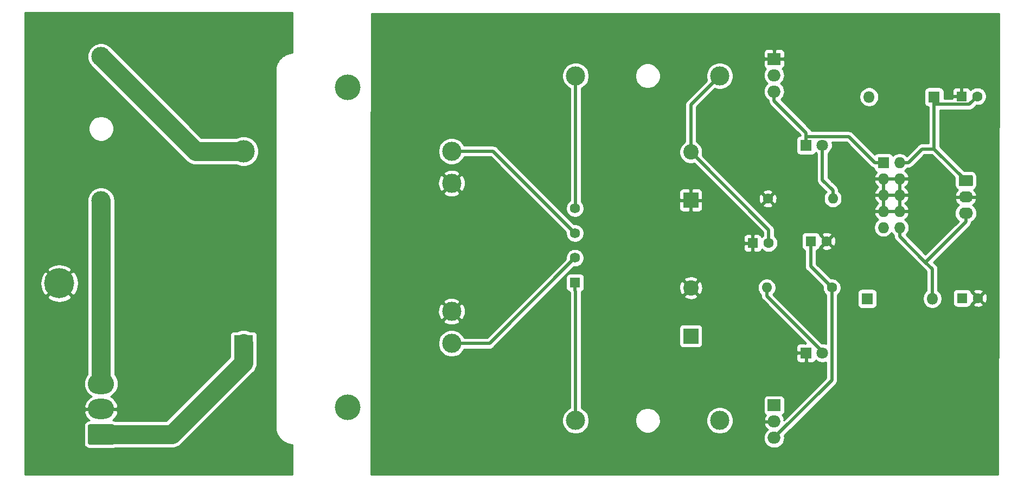
<source format=gbr>
G04 #@! TF.GenerationSoftware,KiCad,Pcbnew,(5.1.5)-3*
G04 #@! TF.CreationDate,2020-08-20T13:57:19+01:00*
G04 #@! TF.ProjectId,KOSMOPSU2,4b4f534d-4f50-4535-9532-2e6b69636164,rev?*
G04 #@! TF.SameCoordinates,Original*
G04 #@! TF.FileFunction,Copper,L2,Bot*
G04 #@! TF.FilePolarity,Positive*
%FSLAX46Y46*%
G04 Gerber Fmt 4.6, Leading zero omitted, Abs format (unit mm)*
G04 Created by KiCad (PCBNEW (5.1.5)-3) date 2020-08-20 13:57:19*
%MOMM*%
%LPD*%
G04 APERTURE LIST*
%ADD10C,1.600000*%
%ADD11R,1.600000X1.600000*%
%ADD12C,3.000000*%
%ADD13O,1.800000X1.800000*%
%ADD14R,1.800000X1.800000*%
%ADD15O,2.000000X1.905000*%
%ADD16R,2.000000X1.905000*%
%ADD17R,3.000000X2.500000*%
%ADD18C,3.500000*%
%ADD19C,4.000000*%
%ADD20C,2.400000*%
%ADD21R,2.400000X2.400000*%
%ADD22C,1.590000*%
%ADD23R,1.590000X1.590000*%
%ADD24C,1.800000*%
%ADD25C,4.700000*%
%ADD26C,0.100000*%
%ADD27O,4.100000X3.160000*%
%ADD28R,1.727200X1.727200*%
%ADD29O,1.727200X1.727200*%
%ADD30O,2.200000X1.740000*%
%ADD31O,1.600000X1.600000*%
%ADD32C,0.500000*%
%ADD33C,3.000000*%
%ADD34C,0.254000*%
G04 APERTURE END LIST*
D10*
X173730000Y-63860000D03*
D11*
X171230000Y-63860000D03*
D12*
X111000000Y-114460000D03*
X133500000Y-114460000D03*
X111000000Y-60670000D03*
X133500000Y-60670000D03*
X36930000Y-80160000D03*
X36930000Y-57660000D03*
D10*
X150210000Y-86480000D03*
D11*
X147710000Y-86480000D03*
D10*
X141150000Y-86780000D03*
D11*
X138650000Y-86780000D03*
D10*
X173830000Y-95360000D03*
D11*
X171330000Y-95360000D03*
D13*
X156820000Y-63950000D03*
D14*
X166980000Y-63950000D03*
D13*
X166690000Y-95440000D03*
D14*
X156530000Y-95440000D03*
D15*
X142000000Y-63110000D03*
X142000000Y-60570000D03*
D16*
X142000000Y-58030000D03*
D15*
X142000000Y-117180000D03*
X142000000Y-114640000D03*
D16*
X142000000Y-112100000D03*
D17*
X59160000Y-102440000D03*
D18*
X59160000Y-72440000D03*
D12*
X91660000Y-77440000D03*
X91660000Y-72440000D03*
X91660000Y-102440000D03*
X91660000Y-97440000D03*
D19*
X75410000Y-62440000D03*
X75410000Y-112440000D03*
D20*
X129000000Y-93780000D03*
D21*
X129000000Y-101280000D03*
X129000000Y-80070000D03*
D20*
X129000000Y-72570000D03*
D22*
X110920000Y-81355000D03*
X110920000Y-85220000D03*
X110920000Y-89085000D03*
D23*
X110920000Y-92950000D03*
D24*
X149540000Y-103920000D03*
D14*
X147000000Y-103920000D03*
X147000000Y-71510000D03*
D24*
X149540000Y-71510000D03*
D25*
X30410000Y-93060000D03*
G04 #@! TA.AperFunction,ComponentPad*
D26*
G36*
X38754504Y-115071204D02*
G01*
X38778773Y-115074804D01*
X38802571Y-115080765D01*
X38825671Y-115089030D01*
X38847849Y-115099520D01*
X38868893Y-115112133D01*
X38888598Y-115126747D01*
X38906777Y-115143223D01*
X38923253Y-115161402D01*
X38937867Y-115181107D01*
X38950480Y-115202151D01*
X38960970Y-115224329D01*
X38969235Y-115247429D01*
X38975196Y-115271227D01*
X38978796Y-115295496D01*
X38980000Y-115320000D01*
X38980000Y-117980000D01*
X38978796Y-118004504D01*
X38975196Y-118028773D01*
X38969235Y-118052571D01*
X38960970Y-118075671D01*
X38950480Y-118097849D01*
X38937867Y-118118893D01*
X38923253Y-118138598D01*
X38906777Y-118156777D01*
X38888598Y-118173253D01*
X38868893Y-118187867D01*
X38847849Y-118200480D01*
X38825671Y-118210970D01*
X38802571Y-118219235D01*
X38778773Y-118225196D01*
X38754504Y-118228796D01*
X38730000Y-118230000D01*
X35130000Y-118230000D01*
X35105496Y-118228796D01*
X35081227Y-118225196D01*
X35057429Y-118219235D01*
X35034329Y-118210970D01*
X35012151Y-118200480D01*
X34991107Y-118187867D01*
X34971402Y-118173253D01*
X34953223Y-118156777D01*
X34936747Y-118138598D01*
X34922133Y-118118893D01*
X34909520Y-118097849D01*
X34899030Y-118075671D01*
X34890765Y-118052571D01*
X34884804Y-118028773D01*
X34881204Y-118004504D01*
X34880000Y-117980000D01*
X34880000Y-115320000D01*
X34881204Y-115295496D01*
X34884804Y-115271227D01*
X34890765Y-115247429D01*
X34899030Y-115224329D01*
X34909520Y-115202151D01*
X34922133Y-115181107D01*
X34936747Y-115161402D01*
X34953223Y-115143223D01*
X34971402Y-115126747D01*
X34991107Y-115112133D01*
X35012151Y-115099520D01*
X35034329Y-115089030D01*
X35057429Y-115080765D01*
X35081227Y-115074804D01*
X35105496Y-115071204D01*
X35130000Y-115070000D01*
X38730000Y-115070000D01*
X38754504Y-115071204D01*
G37*
G04 #@! TD.AperFunction*
D27*
X36930000Y-112690000D03*
X36930000Y-108730000D03*
D28*
X159050000Y-74200000D03*
D29*
X161590000Y-74200000D03*
X159050000Y-76740000D03*
X161590000Y-76740000D03*
X159050000Y-79280000D03*
X161590000Y-79280000D03*
X159050000Y-81820000D03*
X161590000Y-81820000D03*
X159050000Y-84360000D03*
X161590000Y-84360000D03*
G04 #@! TA.AperFunction,ComponentPad*
D26*
G36*
X172794505Y-76161204D02*
G01*
X172818773Y-76164804D01*
X172842572Y-76170765D01*
X172865671Y-76179030D01*
X172887850Y-76189520D01*
X172908893Y-76202132D01*
X172928599Y-76216747D01*
X172946777Y-76233223D01*
X172963253Y-76251401D01*
X172977868Y-76271107D01*
X172990480Y-76292150D01*
X173000970Y-76314329D01*
X173009235Y-76337428D01*
X173015196Y-76361227D01*
X173018796Y-76385495D01*
X173020000Y-76409999D01*
X173020000Y-77650001D01*
X173018796Y-77674505D01*
X173015196Y-77698773D01*
X173009235Y-77722572D01*
X173000970Y-77745671D01*
X172990480Y-77767850D01*
X172977868Y-77788893D01*
X172963253Y-77808599D01*
X172946777Y-77826777D01*
X172928599Y-77843253D01*
X172908893Y-77857868D01*
X172887850Y-77870480D01*
X172865671Y-77880970D01*
X172842572Y-77889235D01*
X172818773Y-77895196D01*
X172794505Y-77898796D01*
X172770001Y-77900000D01*
X171069999Y-77900000D01*
X171045495Y-77898796D01*
X171021227Y-77895196D01*
X170997428Y-77889235D01*
X170974329Y-77880970D01*
X170952150Y-77870480D01*
X170931107Y-77857868D01*
X170911401Y-77843253D01*
X170893223Y-77826777D01*
X170876747Y-77808599D01*
X170862132Y-77788893D01*
X170849520Y-77767850D01*
X170839030Y-77745671D01*
X170830765Y-77722572D01*
X170824804Y-77698773D01*
X170821204Y-77674505D01*
X170820000Y-77650001D01*
X170820000Y-76409999D01*
X170821204Y-76385495D01*
X170824804Y-76361227D01*
X170830765Y-76337428D01*
X170839030Y-76314329D01*
X170849520Y-76292150D01*
X170862132Y-76271107D01*
X170876747Y-76251401D01*
X170893223Y-76233223D01*
X170911401Y-76216747D01*
X170931107Y-76202132D01*
X170952150Y-76189520D01*
X170974329Y-76179030D01*
X170997428Y-76170765D01*
X171021227Y-76164804D01*
X171045495Y-76161204D01*
X171069999Y-76160000D01*
X172770001Y-76160000D01*
X172794505Y-76161204D01*
G37*
G04 #@! TD.AperFunction*
D30*
X171920000Y-79570000D03*
X171920000Y-82110000D03*
D31*
X140840000Y-93730000D03*
D10*
X151000000Y-93730000D03*
X141000000Y-79840000D03*
D31*
X151160000Y-79840000D03*
D32*
X129000000Y-72570000D02*
X141150000Y-84720000D01*
X141150000Y-84720000D02*
X141150000Y-86780000D01*
X129000000Y-72570000D02*
X129000000Y-65170000D01*
X129000000Y-65170000D02*
X133500000Y-60670000D01*
X110920000Y-81355000D02*
X111000000Y-81275000D01*
X111000000Y-81275000D02*
X111000000Y-60670000D01*
X110920000Y-85220000D02*
X98140000Y-72440000D01*
X98140000Y-72440000D02*
X91660000Y-72440000D01*
X110920000Y-89085000D02*
X97565000Y-102440000D01*
X97565000Y-102440000D02*
X91660000Y-102440000D01*
X110920000Y-92950000D02*
X110920000Y-94245000D01*
X110920000Y-94245000D02*
X111000000Y-94325000D01*
X111000000Y-94325000D02*
X111000000Y-114460000D01*
X140840000Y-93730000D02*
X140840000Y-95030000D01*
X140840000Y-95030000D02*
X149540000Y-103730000D01*
X149540000Y-103730000D02*
X149540000Y-103920000D01*
X151160000Y-79840000D02*
X151160000Y-78540000D01*
X151160000Y-78540000D02*
X149540000Y-76920000D01*
X149540000Y-76920000D02*
X149540000Y-71510000D01*
D33*
X59160000Y-72440000D02*
X51710000Y-72440000D01*
X51710000Y-72440000D02*
X36930000Y-57660000D01*
D32*
X166980000Y-72090000D02*
X171920000Y-77030000D01*
X166980000Y-65125200D02*
X166980000Y-72090000D01*
X166980000Y-72090000D02*
X165063600Y-72090000D01*
X165063600Y-72090000D02*
X162953600Y-74200000D01*
X161590000Y-74200000D02*
X162953600Y-74200000D01*
X166980000Y-63950000D02*
X166980000Y-65125200D01*
X173730000Y-63860000D02*
X172464800Y-65125200D01*
X172464800Y-65125200D02*
X166980000Y-65125200D01*
X147000000Y-70159600D02*
X147000000Y-69562500D01*
X147000000Y-69562500D02*
X142000000Y-64562500D01*
X147000000Y-70309900D02*
X147000000Y-70159600D01*
X147000000Y-70159600D02*
X153646000Y-70159600D01*
X153646000Y-70159600D02*
X157686400Y-74200000D01*
X142000000Y-63110000D02*
X142000000Y-64562500D01*
X159050000Y-74200000D02*
X157686400Y-74200000D01*
X147000000Y-71510000D02*
X147000000Y-70309900D01*
D33*
X59160000Y-102440000D02*
X59160000Y-105440000D01*
X36930000Y-116650000D02*
X47950000Y-116650000D01*
X47950000Y-116650000D02*
X59160000Y-105440000D01*
X36930000Y-108730000D02*
X36930000Y-80160000D01*
D32*
X165633200Y-89766800D02*
X166690000Y-90823600D01*
X166690000Y-90823600D02*
X166690000Y-95440000D01*
X161590000Y-85723600D02*
X165633200Y-89766800D01*
X165633200Y-89766800D02*
X171920000Y-83480000D01*
X171920000Y-82110000D02*
X171920000Y-83480000D01*
X142000000Y-117180000D02*
X151000000Y-108180000D01*
X151000000Y-108180000D02*
X151000000Y-93730000D01*
X161590000Y-84360000D02*
X161590000Y-85723600D01*
X151000000Y-93730000D02*
X147710000Y-90440000D01*
X147710000Y-90440000D02*
X147710000Y-86480000D01*
D34*
G36*
X66753000Y-57079587D02*
G01*
X66393831Y-57119059D01*
X66335336Y-57131356D01*
X66276587Y-57142851D01*
X66267778Y-57145557D01*
X65874972Y-57269193D01*
X65819951Y-57292629D01*
X65764580Y-57315306D01*
X65756464Y-57319671D01*
X65395153Y-57517250D01*
X65345692Y-57550954D01*
X65295821Y-57583927D01*
X65288707Y-57589785D01*
X64972655Y-57853780D01*
X64930717Y-57896414D01*
X64888166Y-57938480D01*
X64882326Y-57945608D01*
X64623569Y-58265963D01*
X64590717Y-58315922D01*
X64557141Y-58365459D01*
X64552797Y-58373586D01*
X64361191Y-58738099D01*
X64338661Y-58793503D01*
X64315352Y-58848607D01*
X64312669Y-58857423D01*
X64195514Y-59252210D01*
X64184167Y-59310977D01*
X64172014Y-59369515D01*
X64171094Y-59378684D01*
X64133000Y-59787121D01*
X64130000Y-59817582D01*
X64130001Y-115522419D01*
X64130380Y-115526270D01*
X64130391Y-115527187D01*
X64131158Y-115534166D01*
X64133679Y-115559764D01*
X64133808Y-115586974D01*
X64134815Y-115596134D01*
X64182657Y-116005150D01*
X64195372Y-116063606D01*
X64207268Y-116122227D01*
X64210035Y-116131017D01*
X64336411Y-116522951D01*
X64360226Y-116577796D01*
X64383293Y-116633016D01*
X64387715Y-116641101D01*
X64587811Y-117001025D01*
X64621840Y-117050221D01*
X64655179Y-117099889D01*
X64661087Y-117106961D01*
X64927282Y-117421164D01*
X64970226Y-117462821D01*
X65012570Y-117505060D01*
X65019739Y-117510850D01*
X65341893Y-117767364D01*
X65392072Y-117799861D01*
X65441851Y-117833096D01*
X65450008Y-117837383D01*
X65815850Y-118026439D01*
X65871394Y-118048575D01*
X65926674Y-118071505D01*
X65935505Y-118074125D01*
X65935511Y-118074127D01*
X66331105Y-118188522D01*
X66389920Y-118199453D01*
X66448570Y-118211203D01*
X66457746Y-118212059D01*
X66753000Y-118237519D01*
X66753000Y-122883000D01*
X25087000Y-122883000D01*
X25087000Y-115320000D01*
X34241928Y-115320000D01*
X34241928Y-117980000D01*
X34258992Y-118153254D01*
X34309528Y-118319850D01*
X34391595Y-118473386D01*
X34502038Y-118607962D01*
X34636614Y-118718405D01*
X34790150Y-118800472D01*
X34956746Y-118851008D01*
X35130000Y-118868072D01*
X38730000Y-118868072D01*
X38903254Y-118851008D01*
X39069850Y-118800472D01*
X39098796Y-118785000D01*
X47845128Y-118785000D01*
X47950000Y-118795329D01*
X48054872Y-118785000D01*
X48054882Y-118785000D01*
X48368533Y-118754108D01*
X48770982Y-118632026D01*
X49141881Y-118433777D01*
X49466977Y-118166977D01*
X49533837Y-118085508D01*
X60595513Y-107023833D01*
X60676977Y-106956977D01*
X60943777Y-106631881D01*
X61142026Y-106260982D01*
X61264108Y-105858533D01*
X61295000Y-105544882D01*
X61295000Y-105544873D01*
X61305329Y-105440001D01*
X61295000Y-105335129D01*
X61295000Y-103721192D01*
X61298072Y-103690000D01*
X61298072Y-101190000D01*
X61285812Y-101065518D01*
X61249502Y-100945820D01*
X61190537Y-100835506D01*
X61111185Y-100738815D01*
X61014494Y-100659463D01*
X60904180Y-100600498D01*
X60784482Y-100564188D01*
X60660000Y-100551928D01*
X60156758Y-100551928D01*
X59980981Y-100457974D01*
X59578532Y-100335892D01*
X59160000Y-100294670D01*
X58741467Y-100335892D01*
X58339018Y-100457974D01*
X58163242Y-100551928D01*
X57660000Y-100551928D01*
X57535518Y-100564188D01*
X57415820Y-100600498D01*
X57305506Y-100659463D01*
X57208815Y-100738815D01*
X57129463Y-100835506D01*
X57070498Y-100945820D01*
X57034188Y-101065518D01*
X57021928Y-101190000D01*
X57021928Y-103690000D01*
X57025000Y-103721192D01*
X57025000Y-104555654D01*
X47065655Y-114515000D01*
X39098796Y-114515000D01*
X39069850Y-114499528D01*
X38903254Y-114448992D01*
X38764238Y-114435300D01*
X39056044Y-114166438D01*
X39312262Y-113814991D01*
X39494993Y-113420311D01*
X39564263Y-113161369D01*
X39452324Y-112817000D01*
X37057000Y-112817000D01*
X37057000Y-112837000D01*
X36803000Y-112837000D01*
X36803000Y-112817000D01*
X34407676Y-112817000D01*
X34295737Y-113161369D01*
X34365007Y-113420311D01*
X34547738Y-113814991D01*
X34803956Y-114166438D01*
X35095762Y-114435300D01*
X34956746Y-114448992D01*
X34790150Y-114499528D01*
X34636614Y-114581595D01*
X34502038Y-114692038D01*
X34391595Y-114826614D01*
X34309528Y-114980150D01*
X34258992Y-115146746D01*
X34241928Y-115320000D01*
X25087000Y-115320000D01*
X25087000Y-108730000D01*
X34234283Y-108730000D01*
X34277050Y-109164216D01*
X34403706Y-109581745D01*
X34609384Y-109966542D01*
X34886180Y-110303820D01*
X35223458Y-110580616D01*
X35465713Y-110710104D01*
X35123815Y-110918853D01*
X34803956Y-111213562D01*
X34547738Y-111565009D01*
X34365007Y-111959689D01*
X34295737Y-112218631D01*
X34407676Y-112563000D01*
X36803000Y-112563000D01*
X36803000Y-112543000D01*
X37057000Y-112543000D01*
X37057000Y-112563000D01*
X39452324Y-112563000D01*
X39564263Y-112218631D01*
X39494993Y-111959689D01*
X39312262Y-111565009D01*
X39056044Y-111213562D01*
X38736185Y-110918853D01*
X38394287Y-110710104D01*
X38636542Y-110580616D01*
X38973820Y-110303820D01*
X39250616Y-109966542D01*
X39456294Y-109581745D01*
X39582950Y-109164216D01*
X39625717Y-108730000D01*
X39582950Y-108295784D01*
X39456294Y-107878255D01*
X39250616Y-107493458D01*
X39065000Y-107267284D01*
X39065000Y-79949721D01*
X39044438Y-79846349D01*
X39034108Y-79741467D01*
X39003515Y-79640616D01*
X38982953Y-79537244D01*
X38942619Y-79439869D01*
X38912026Y-79339018D01*
X38862346Y-79246073D01*
X38822012Y-79148698D01*
X38763457Y-79061064D01*
X38713777Y-78968119D01*
X38646919Y-78886653D01*
X38588363Y-78799017D01*
X38513833Y-78724487D01*
X38446977Y-78643023D01*
X38365513Y-78576167D01*
X38290983Y-78501637D01*
X38203347Y-78443081D01*
X38121881Y-78376223D01*
X38028936Y-78326543D01*
X37941302Y-78267988D01*
X37843927Y-78227654D01*
X37750982Y-78177974D01*
X37650131Y-78147381D01*
X37552756Y-78107047D01*
X37449384Y-78086485D01*
X37348533Y-78055892D01*
X37243651Y-78045562D01*
X37140279Y-78025000D01*
X37034882Y-78025000D01*
X36930000Y-78014670D01*
X36825118Y-78025000D01*
X36719721Y-78025000D01*
X36616349Y-78045562D01*
X36511468Y-78055892D01*
X36410618Y-78086484D01*
X36307244Y-78107047D01*
X36209866Y-78147382D01*
X36109019Y-78177974D01*
X36016078Y-78227652D01*
X35918698Y-78267988D01*
X35831060Y-78326546D01*
X35738120Y-78376223D01*
X35656658Y-78443077D01*
X35569017Y-78501637D01*
X35494482Y-78576172D01*
X35413024Y-78643023D01*
X35346173Y-78724481D01*
X35271637Y-78799017D01*
X35213076Y-78886659D01*
X35146224Y-78968119D01*
X35096548Y-79061057D01*
X35037988Y-79148698D01*
X34997650Y-79246081D01*
X34947975Y-79339018D01*
X34917385Y-79439860D01*
X34877047Y-79537244D01*
X34856483Y-79640625D01*
X34825893Y-79741467D01*
X34815564Y-79846339D01*
X34795000Y-79949721D01*
X34795000Y-80370279D01*
X34795001Y-80370284D01*
X34795000Y-107267283D01*
X34609384Y-107493458D01*
X34403706Y-107878255D01*
X34277050Y-108295784D01*
X34234283Y-108730000D01*
X25087000Y-108730000D01*
X25087000Y-95156468D01*
X28493137Y-95156468D01*
X28751298Y-95559073D01*
X29270715Y-95834651D01*
X29833913Y-96003601D01*
X30419250Y-96059430D01*
X31004233Y-95999992D01*
X31566379Y-95827571D01*
X32068702Y-95559073D01*
X32326863Y-95156468D01*
X30410000Y-93239605D01*
X28493137Y-95156468D01*
X25087000Y-95156468D01*
X25087000Y-93069250D01*
X27410570Y-93069250D01*
X27470008Y-93654233D01*
X27642429Y-94216379D01*
X27910927Y-94718702D01*
X28313532Y-94976863D01*
X30230395Y-93060000D01*
X30589605Y-93060000D01*
X32506468Y-94976863D01*
X32909073Y-94718702D01*
X33184651Y-94199285D01*
X33353601Y-93636087D01*
X33409430Y-93050750D01*
X33349992Y-92465767D01*
X33177571Y-91903621D01*
X32909073Y-91401298D01*
X32506468Y-91143137D01*
X30589605Y-93060000D01*
X30230395Y-93060000D01*
X28313532Y-91143137D01*
X27910927Y-91401298D01*
X27635349Y-91920715D01*
X27466399Y-92483913D01*
X27410570Y-93069250D01*
X25087000Y-93069250D01*
X25087000Y-90963532D01*
X28493137Y-90963532D01*
X30410000Y-92880395D01*
X32326863Y-90963532D01*
X32068702Y-90560927D01*
X31549285Y-90285349D01*
X30986087Y-90116399D01*
X30400750Y-90060570D01*
X29815767Y-90120008D01*
X29253621Y-90292429D01*
X28751298Y-90560927D01*
X28493137Y-90963532D01*
X25087000Y-90963532D01*
X25087000Y-68714495D01*
X34945000Y-68714495D01*
X34945000Y-69105505D01*
X35021282Y-69489003D01*
X35170915Y-69850250D01*
X35388149Y-70175364D01*
X35664636Y-70451851D01*
X35989750Y-70669085D01*
X36350997Y-70818718D01*
X36734495Y-70895000D01*
X37125505Y-70895000D01*
X37509003Y-70818718D01*
X37870250Y-70669085D01*
X38195364Y-70451851D01*
X38471851Y-70175364D01*
X38689085Y-69850250D01*
X38838718Y-69489003D01*
X38915000Y-69105505D01*
X38915000Y-68714495D01*
X38838718Y-68330997D01*
X38689085Y-67969750D01*
X38471851Y-67644636D01*
X38195364Y-67368149D01*
X37870250Y-67150915D01*
X37509003Y-67001282D01*
X37125505Y-66925000D01*
X36734495Y-66925000D01*
X36350997Y-67001282D01*
X35989750Y-67150915D01*
X35664636Y-67368149D01*
X35388149Y-67644636D01*
X35170915Y-67969750D01*
X35021282Y-68330997D01*
X34945000Y-68714495D01*
X25087000Y-68714495D01*
X25087000Y-57660000D01*
X34784671Y-57660000D01*
X34795000Y-57764872D01*
X34795000Y-57870279D01*
X34815564Y-57973661D01*
X34825893Y-58078533D01*
X34856483Y-58179375D01*
X34877047Y-58282756D01*
X34917385Y-58380140D01*
X34947975Y-58480982D01*
X34997650Y-58573919D01*
X35037988Y-58671302D01*
X35096548Y-58758943D01*
X35146224Y-58851881D01*
X35213077Y-58933342D01*
X35271637Y-59020983D01*
X35569017Y-59318363D01*
X35569020Y-59318365D01*
X50126167Y-73875513D01*
X50193023Y-73956977D01*
X50274487Y-74023833D01*
X50274489Y-74023835D01*
X50446338Y-74164868D01*
X50518119Y-74223777D01*
X50889018Y-74422026D01*
X51291467Y-74544108D01*
X51605118Y-74575000D01*
X51605127Y-74575000D01*
X51709999Y-74585329D01*
X51814871Y-74575000D01*
X58082040Y-74575000D01*
X58464321Y-74733346D01*
X58925098Y-74825000D01*
X59394902Y-74825000D01*
X59855679Y-74733346D01*
X60289721Y-74553560D01*
X60680349Y-74292550D01*
X61012550Y-73960349D01*
X61273560Y-73569721D01*
X61453346Y-73135679D01*
X61545000Y-72674902D01*
X61545000Y-72205098D01*
X61453346Y-71744321D01*
X61273560Y-71310279D01*
X61012550Y-70919651D01*
X60680349Y-70587450D01*
X60289721Y-70326440D01*
X59855679Y-70146654D01*
X59394902Y-70055000D01*
X58925098Y-70055000D01*
X58464321Y-70146654D01*
X58082040Y-70305000D01*
X52594346Y-70305000D01*
X38588365Y-56299020D01*
X38588363Y-56299017D01*
X38290983Y-56001637D01*
X38203342Y-55943077D01*
X38121881Y-55876224D01*
X38028943Y-55826548D01*
X37941302Y-55767988D01*
X37843919Y-55727650D01*
X37750982Y-55677975D01*
X37650140Y-55647385D01*
X37552756Y-55607047D01*
X37449375Y-55586483D01*
X37348533Y-55555893D01*
X37243661Y-55545564D01*
X37140279Y-55525000D01*
X37034872Y-55525000D01*
X36930000Y-55514671D01*
X36825128Y-55525000D01*
X36719721Y-55525000D01*
X36616339Y-55545564D01*
X36511467Y-55555893D01*
X36410625Y-55586483D01*
X36307244Y-55607047D01*
X36209860Y-55647385D01*
X36109018Y-55677975D01*
X36016081Y-55727650D01*
X35918698Y-55767988D01*
X35831057Y-55826548D01*
X35738119Y-55876224D01*
X35656658Y-55943077D01*
X35569017Y-56001637D01*
X35494485Y-56076169D01*
X35413023Y-56143023D01*
X35346169Y-56224485D01*
X35271637Y-56299017D01*
X35213077Y-56386658D01*
X35146224Y-56468119D01*
X35096548Y-56561057D01*
X35037988Y-56648698D01*
X34997650Y-56746081D01*
X34947975Y-56839018D01*
X34917385Y-56939860D01*
X34877047Y-57037244D01*
X34856483Y-57140625D01*
X34825893Y-57241467D01*
X34815564Y-57346339D01*
X34795000Y-57449721D01*
X34795000Y-57555128D01*
X34784671Y-57660000D01*
X25087000Y-57660000D01*
X25087000Y-50747000D01*
X66753000Y-50747000D01*
X66753000Y-57079587D01*
G37*
X66753000Y-57079587D02*
X66393831Y-57119059D01*
X66335336Y-57131356D01*
X66276587Y-57142851D01*
X66267778Y-57145557D01*
X65874972Y-57269193D01*
X65819951Y-57292629D01*
X65764580Y-57315306D01*
X65756464Y-57319671D01*
X65395153Y-57517250D01*
X65345692Y-57550954D01*
X65295821Y-57583927D01*
X65288707Y-57589785D01*
X64972655Y-57853780D01*
X64930717Y-57896414D01*
X64888166Y-57938480D01*
X64882326Y-57945608D01*
X64623569Y-58265963D01*
X64590717Y-58315922D01*
X64557141Y-58365459D01*
X64552797Y-58373586D01*
X64361191Y-58738099D01*
X64338661Y-58793503D01*
X64315352Y-58848607D01*
X64312669Y-58857423D01*
X64195514Y-59252210D01*
X64184167Y-59310977D01*
X64172014Y-59369515D01*
X64171094Y-59378684D01*
X64133000Y-59787121D01*
X64130000Y-59817582D01*
X64130001Y-115522419D01*
X64130380Y-115526270D01*
X64130391Y-115527187D01*
X64131158Y-115534166D01*
X64133679Y-115559764D01*
X64133808Y-115586974D01*
X64134815Y-115596134D01*
X64182657Y-116005150D01*
X64195372Y-116063606D01*
X64207268Y-116122227D01*
X64210035Y-116131017D01*
X64336411Y-116522951D01*
X64360226Y-116577796D01*
X64383293Y-116633016D01*
X64387715Y-116641101D01*
X64587811Y-117001025D01*
X64621840Y-117050221D01*
X64655179Y-117099889D01*
X64661087Y-117106961D01*
X64927282Y-117421164D01*
X64970226Y-117462821D01*
X65012570Y-117505060D01*
X65019739Y-117510850D01*
X65341893Y-117767364D01*
X65392072Y-117799861D01*
X65441851Y-117833096D01*
X65450008Y-117837383D01*
X65815850Y-118026439D01*
X65871394Y-118048575D01*
X65926674Y-118071505D01*
X65935505Y-118074125D01*
X65935511Y-118074127D01*
X66331105Y-118188522D01*
X66389920Y-118199453D01*
X66448570Y-118211203D01*
X66457746Y-118212059D01*
X66753000Y-118237519D01*
X66753000Y-122883000D01*
X25087000Y-122883000D01*
X25087000Y-115320000D01*
X34241928Y-115320000D01*
X34241928Y-117980000D01*
X34258992Y-118153254D01*
X34309528Y-118319850D01*
X34391595Y-118473386D01*
X34502038Y-118607962D01*
X34636614Y-118718405D01*
X34790150Y-118800472D01*
X34956746Y-118851008D01*
X35130000Y-118868072D01*
X38730000Y-118868072D01*
X38903254Y-118851008D01*
X39069850Y-118800472D01*
X39098796Y-118785000D01*
X47845128Y-118785000D01*
X47950000Y-118795329D01*
X48054872Y-118785000D01*
X48054882Y-118785000D01*
X48368533Y-118754108D01*
X48770982Y-118632026D01*
X49141881Y-118433777D01*
X49466977Y-118166977D01*
X49533837Y-118085508D01*
X60595513Y-107023833D01*
X60676977Y-106956977D01*
X60943777Y-106631881D01*
X61142026Y-106260982D01*
X61264108Y-105858533D01*
X61295000Y-105544882D01*
X61295000Y-105544873D01*
X61305329Y-105440001D01*
X61295000Y-105335129D01*
X61295000Y-103721192D01*
X61298072Y-103690000D01*
X61298072Y-101190000D01*
X61285812Y-101065518D01*
X61249502Y-100945820D01*
X61190537Y-100835506D01*
X61111185Y-100738815D01*
X61014494Y-100659463D01*
X60904180Y-100600498D01*
X60784482Y-100564188D01*
X60660000Y-100551928D01*
X60156758Y-100551928D01*
X59980981Y-100457974D01*
X59578532Y-100335892D01*
X59160000Y-100294670D01*
X58741467Y-100335892D01*
X58339018Y-100457974D01*
X58163242Y-100551928D01*
X57660000Y-100551928D01*
X57535518Y-100564188D01*
X57415820Y-100600498D01*
X57305506Y-100659463D01*
X57208815Y-100738815D01*
X57129463Y-100835506D01*
X57070498Y-100945820D01*
X57034188Y-101065518D01*
X57021928Y-101190000D01*
X57021928Y-103690000D01*
X57025000Y-103721192D01*
X57025000Y-104555654D01*
X47065655Y-114515000D01*
X39098796Y-114515000D01*
X39069850Y-114499528D01*
X38903254Y-114448992D01*
X38764238Y-114435300D01*
X39056044Y-114166438D01*
X39312262Y-113814991D01*
X39494993Y-113420311D01*
X39564263Y-113161369D01*
X39452324Y-112817000D01*
X37057000Y-112817000D01*
X37057000Y-112837000D01*
X36803000Y-112837000D01*
X36803000Y-112817000D01*
X34407676Y-112817000D01*
X34295737Y-113161369D01*
X34365007Y-113420311D01*
X34547738Y-113814991D01*
X34803956Y-114166438D01*
X35095762Y-114435300D01*
X34956746Y-114448992D01*
X34790150Y-114499528D01*
X34636614Y-114581595D01*
X34502038Y-114692038D01*
X34391595Y-114826614D01*
X34309528Y-114980150D01*
X34258992Y-115146746D01*
X34241928Y-115320000D01*
X25087000Y-115320000D01*
X25087000Y-108730000D01*
X34234283Y-108730000D01*
X34277050Y-109164216D01*
X34403706Y-109581745D01*
X34609384Y-109966542D01*
X34886180Y-110303820D01*
X35223458Y-110580616D01*
X35465713Y-110710104D01*
X35123815Y-110918853D01*
X34803956Y-111213562D01*
X34547738Y-111565009D01*
X34365007Y-111959689D01*
X34295737Y-112218631D01*
X34407676Y-112563000D01*
X36803000Y-112563000D01*
X36803000Y-112543000D01*
X37057000Y-112543000D01*
X37057000Y-112563000D01*
X39452324Y-112563000D01*
X39564263Y-112218631D01*
X39494993Y-111959689D01*
X39312262Y-111565009D01*
X39056044Y-111213562D01*
X38736185Y-110918853D01*
X38394287Y-110710104D01*
X38636542Y-110580616D01*
X38973820Y-110303820D01*
X39250616Y-109966542D01*
X39456294Y-109581745D01*
X39582950Y-109164216D01*
X39625717Y-108730000D01*
X39582950Y-108295784D01*
X39456294Y-107878255D01*
X39250616Y-107493458D01*
X39065000Y-107267284D01*
X39065000Y-79949721D01*
X39044438Y-79846349D01*
X39034108Y-79741467D01*
X39003515Y-79640616D01*
X38982953Y-79537244D01*
X38942619Y-79439869D01*
X38912026Y-79339018D01*
X38862346Y-79246073D01*
X38822012Y-79148698D01*
X38763457Y-79061064D01*
X38713777Y-78968119D01*
X38646919Y-78886653D01*
X38588363Y-78799017D01*
X38513833Y-78724487D01*
X38446977Y-78643023D01*
X38365513Y-78576167D01*
X38290983Y-78501637D01*
X38203347Y-78443081D01*
X38121881Y-78376223D01*
X38028936Y-78326543D01*
X37941302Y-78267988D01*
X37843927Y-78227654D01*
X37750982Y-78177974D01*
X37650131Y-78147381D01*
X37552756Y-78107047D01*
X37449384Y-78086485D01*
X37348533Y-78055892D01*
X37243651Y-78045562D01*
X37140279Y-78025000D01*
X37034882Y-78025000D01*
X36930000Y-78014670D01*
X36825118Y-78025000D01*
X36719721Y-78025000D01*
X36616349Y-78045562D01*
X36511468Y-78055892D01*
X36410618Y-78086484D01*
X36307244Y-78107047D01*
X36209866Y-78147382D01*
X36109019Y-78177974D01*
X36016078Y-78227652D01*
X35918698Y-78267988D01*
X35831060Y-78326546D01*
X35738120Y-78376223D01*
X35656658Y-78443077D01*
X35569017Y-78501637D01*
X35494482Y-78576172D01*
X35413024Y-78643023D01*
X35346173Y-78724481D01*
X35271637Y-78799017D01*
X35213076Y-78886659D01*
X35146224Y-78968119D01*
X35096548Y-79061057D01*
X35037988Y-79148698D01*
X34997650Y-79246081D01*
X34947975Y-79339018D01*
X34917385Y-79439860D01*
X34877047Y-79537244D01*
X34856483Y-79640625D01*
X34825893Y-79741467D01*
X34815564Y-79846339D01*
X34795000Y-79949721D01*
X34795000Y-80370279D01*
X34795001Y-80370284D01*
X34795000Y-107267283D01*
X34609384Y-107493458D01*
X34403706Y-107878255D01*
X34277050Y-108295784D01*
X34234283Y-108730000D01*
X25087000Y-108730000D01*
X25087000Y-95156468D01*
X28493137Y-95156468D01*
X28751298Y-95559073D01*
X29270715Y-95834651D01*
X29833913Y-96003601D01*
X30419250Y-96059430D01*
X31004233Y-95999992D01*
X31566379Y-95827571D01*
X32068702Y-95559073D01*
X32326863Y-95156468D01*
X30410000Y-93239605D01*
X28493137Y-95156468D01*
X25087000Y-95156468D01*
X25087000Y-93069250D01*
X27410570Y-93069250D01*
X27470008Y-93654233D01*
X27642429Y-94216379D01*
X27910927Y-94718702D01*
X28313532Y-94976863D01*
X30230395Y-93060000D01*
X30589605Y-93060000D01*
X32506468Y-94976863D01*
X32909073Y-94718702D01*
X33184651Y-94199285D01*
X33353601Y-93636087D01*
X33409430Y-93050750D01*
X33349992Y-92465767D01*
X33177571Y-91903621D01*
X32909073Y-91401298D01*
X32506468Y-91143137D01*
X30589605Y-93060000D01*
X30230395Y-93060000D01*
X28313532Y-91143137D01*
X27910927Y-91401298D01*
X27635349Y-91920715D01*
X27466399Y-92483913D01*
X27410570Y-93069250D01*
X25087000Y-93069250D01*
X25087000Y-90963532D01*
X28493137Y-90963532D01*
X30410000Y-92880395D01*
X32326863Y-90963532D01*
X32068702Y-90560927D01*
X31549285Y-90285349D01*
X30986087Y-90116399D01*
X30400750Y-90060570D01*
X29815767Y-90120008D01*
X29253621Y-90292429D01*
X28751298Y-90560927D01*
X28493137Y-90963532D01*
X25087000Y-90963532D01*
X25087000Y-68714495D01*
X34945000Y-68714495D01*
X34945000Y-69105505D01*
X35021282Y-69489003D01*
X35170915Y-69850250D01*
X35388149Y-70175364D01*
X35664636Y-70451851D01*
X35989750Y-70669085D01*
X36350997Y-70818718D01*
X36734495Y-70895000D01*
X37125505Y-70895000D01*
X37509003Y-70818718D01*
X37870250Y-70669085D01*
X38195364Y-70451851D01*
X38471851Y-70175364D01*
X38689085Y-69850250D01*
X38838718Y-69489003D01*
X38915000Y-69105505D01*
X38915000Y-68714495D01*
X38838718Y-68330997D01*
X38689085Y-67969750D01*
X38471851Y-67644636D01*
X38195364Y-67368149D01*
X37870250Y-67150915D01*
X37509003Y-67001282D01*
X37125505Y-66925000D01*
X36734495Y-66925000D01*
X36350997Y-67001282D01*
X35989750Y-67150915D01*
X35664636Y-67368149D01*
X35388149Y-67644636D01*
X35170915Y-67969750D01*
X35021282Y-68330997D01*
X34945000Y-68714495D01*
X25087000Y-68714495D01*
X25087000Y-57660000D01*
X34784671Y-57660000D01*
X34795000Y-57764872D01*
X34795000Y-57870279D01*
X34815564Y-57973661D01*
X34825893Y-58078533D01*
X34856483Y-58179375D01*
X34877047Y-58282756D01*
X34917385Y-58380140D01*
X34947975Y-58480982D01*
X34997650Y-58573919D01*
X35037988Y-58671302D01*
X35096548Y-58758943D01*
X35146224Y-58851881D01*
X35213077Y-58933342D01*
X35271637Y-59020983D01*
X35569017Y-59318363D01*
X35569020Y-59318365D01*
X50126167Y-73875513D01*
X50193023Y-73956977D01*
X50274487Y-74023833D01*
X50274489Y-74023835D01*
X50446338Y-74164868D01*
X50518119Y-74223777D01*
X50889018Y-74422026D01*
X51291467Y-74544108D01*
X51605118Y-74575000D01*
X51605127Y-74575000D01*
X51709999Y-74585329D01*
X51814871Y-74575000D01*
X58082040Y-74575000D01*
X58464321Y-74733346D01*
X58925098Y-74825000D01*
X59394902Y-74825000D01*
X59855679Y-74733346D01*
X60289721Y-74553560D01*
X60680349Y-74292550D01*
X61012550Y-73960349D01*
X61273560Y-73569721D01*
X61453346Y-73135679D01*
X61545000Y-72674902D01*
X61545000Y-72205098D01*
X61453346Y-71744321D01*
X61273560Y-71310279D01*
X61012550Y-70919651D01*
X60680349Y-70587450D01*
X60289721Y-70326440D01*
X59855679Y-70146654D01*
X59394902Y-70055000D01*
X58925098Y-70055000D01*
X58464321Y-70146654D01*
X58082040Y-70305000D01*
X52594346Y-70305000D01*
X38588365Y-56299020D01*
X38588363Y-56299017D01*
X38290983Y-56001637D01*
X38203342Y-55943077D01*
X38121881Y-55876224D01*
X38028943Y-55826548D01*
X37941302Y-55767988D01*
X37843919Y-55727650D01*
X37750982Y-55677975D01*
X37650140Y-55647385D01*
X37552756Y-55607047D01*
X37449375Y-55586483D01*
X37348533Y-55555893D01*
X37243661Y-55545564D01*
X37140279Y-55525000D01*
X37034872Y-55525000D01*
X36930000Y-55514671D01*
X36825128Y-55525000D01*
X36719721Y-55525000D01*
X36616339Y-55545564D01*
X36511467Y-55555893D01*
X36410625Y-55586483D01*
X36307244Y-55607047D01*
X36209860Y-55647385D01*
X36109018Y-55677975D01*
X36016081Y-55727650D01*
X35918698Y-55767988D01*
X35831057Y-55826548D01*
X35738119Y-55876224D01*
X35656658Y-55943077D01*
X35569017Y-56001637D01*
X35494485Y-56076169D01*
X35413023Y-56143023D01*
X35346169Y-56224485D01*
X35271637Y-56299017D01*
X35213077Y-56386658D01*
X35146224Y-56468119D01*
X35096548Y-56561057D01*
X35037988Y-56648698D01*
X34997650Y-56746081D01*
X34947975Y-56839018D01*
X34917385Y-56939860D01*
X34877047Y-57037244D01*
X34856483Y-57140625D01*
X34825893Y-57241467D01*
X34815564Y-57346339D01*
X34795000Y-57449721D01*
X34795000Y-57555128D01*
X34784671Y-57660000D01*
X25087000Y-57660000D01*
X25087000Y-50747000D01*
X66753000Y-50747000D01*
X66753000Y-57079587D01*
G36*
X176953811Y-122920000D02*
G01*
X79057406Y-122920000D01*
X79065774Y-114249721D01*
X108865000Y-114249721D01*
X108865000Y-114670279D01*
X108947047Y-115082756D01*
X109107988Y-115471302D01*
X109341637Y-115820983D01*
X109639017Y-116118363D01*
X109988698Y-116352012D01*
X110377244Y-116512953D01*
X110789721Y-116595000D01*
X111210279Y-116595000D01*
X111622756Y-116512953D01*
X112011302Y-116352012D01*
X112360983Y-116118363D01*
X112658363Y-115820983D01*
X112892012Y-115471302D01*
X113052953Y-115082756D01*
X113135000Y-114670279D01*
X113135000Y-114264495D01*
X120265000Y-114264495D01*
X120265000Y-114655505D01*
X120341282Y-115039003D01*
X120490915Y-115400250D01*
X120708149Y-115725364D01*
X120984636Y-116001851D01*
X121309750Y-116219085D01*
X121670997Y-116368718D01*
X122054495Y-116445000D01*
X122445505Y-116445000D01*
X122829003Y-116368718D01*
X123190250Y-116219085D01*
X123515364Y-116001851D01*
X123791851Y-115725364D01*
X124009085Y-115400250D01*
X124158718Y-115039003D01*
X124235000Y-114655505D01*
X124235000Y-114264495D01*
X124232062Y-114249721D01*
X131365000Y-114249721D01*
X131365000Y-114670279D01*
X131447047Y-115082756D01*
X131607988Y-115471302D01*
X131841637Y-115820983D01*
X132139017Y-116118363D01*
X132488698Y-116352012D01*
X132877244Y-116512953D01*
X133289721Y-116595000D01*
X133710279Y-116595000D01*
X134122756Y-116512953D01*
X134511302Y-116352012D01*
X134860983Y-116118363D01*
X135158363Y-115820983D01*
X135392012Y-115471302D01*
X135552953Y-115082756D01*
X135635000Y-114670279D01*
X135635000Y-114249721D01*
X135552953Y-113837244D01*
X135392012Y-113448698D01*
X135158363Y-113099017D01*
X134860983Y-112801637D01*
X134511302Y-112567988D01*
X134122756Y-112407047D01*
X133710279Y-112325000D01*
X133289721Y-112325000D01*
X132877244Y-112407047D01*
X132488698Y-112567988D01*
X132139017Y-112801637D01*
X131841637Y-113099017D01*
X131607988Y-113448698D01*
X131447047Y-113837244D01*
X131365000Y-114249721D01*
X124232062Y-114249721D01*
X124158718Y-113880997D01*
X124009085Y-113519750D01*
X123791851Y-113194636D01*
X123515364Y-112918149D01*
X123190250Y-112700915D01*
X122829003Y-112551282D01*
X122445505Y-112475000D01*
X122054495Y-112475000D01*
X121670997Y-112551282D01*
X121309750Y-112700915D01*
X120984636Y-112918149D01*
X120708149Y-113194636D01*
X120490915Y-113519750D01*
X120341282Y-113880997D01*
X120265000Y-114264495D01*
X113135000Y-114264495D01*
X113135000Y-114249721D01*
X113052953Y-113837244D01*
X112892012Y-113448698D01*
X112658363Y-113099017D01*
X112360983Y-112801637D01*
X112011302Y-112567988D01*
X111885000Y-112515672D01*
X111885000Y-104820000D01*
X145461928Y-104820000D01*
X145474188Y-104944482D01*
X145510498Y-105064180D01*
X145569463Y-105174494D01*
X145648815Y-105271185D01*
X145745506Y-105350537D01*
X145855820Y-105409502D01*
X145975518Y-105445812D01*
X146100000Y-105458072D01*
X146714250Y-105455000D01*
X146873000Y-105296250D01*
X146873000Y-104047000D01*
X145623750Y-104047000D01*
X145465000Y-104205750D01*
X145461928Y-104820000D01*
X111885000Y-104820000D01*
X111885000Y-100080000D01*
X127161928Y-100080000D01*
X127161928Y-102480000D01*
X127174188Y-102604482D01*
X127210498Y-102724180D01*
X127269463Y-102834494D01*
X127348815Y-102931185D01*
X127445506Y-103010537D01*
X127555820Y-103069502D01*
X127675518Y-103105812D01*
X127800000Y-103118072D01*
X130200000Y-103118072D01*
X130324482Y-103105812D01*
X130444180Y-103069502D01*
X130554494Y-103010537D01*
X130651185Y-102931185D01*
X130730537Y-102834494D01*
X130789502Y-102724180D01*
X130825812Y-102604482D01*
X130838072Y-102480000D01*
X130838072Y-100080000D01*
X130825812Y-99955518D01*
X130789502Y-99835820D01*
X130730537Y-99725506D01*
X130651185Y-99628815D01*
X130554494Y-99549463D01*
X130444180Y-99490498D01*
X130324482Y-99454188D01*
X130200000Y-99441928D01*
X127800000Y-99441928D01*
X127675518Y-99454188D01*
X127555820Y-99490498D01*
X127445506Y-99549463D01*
X127348815Y-99628815D01*
X127269463Y-99725506D01*
X127210498Y-99835820D01*
X127174188Y-99955518D01*
X127161928Y-100080000D01*
X111885000Y-100080000D01*
X111885000Y-95057980D01*
X127901626Y-95057980D01*
X128021514Y-95342836D01*
X128345210Y-95503699D01*
X128694069Y-95598322D01*
X129054684Y-95623067D01*
X129413198Y-95576985D01*
X129755833Y-95461846D01*
X129978486Y-95342836D01*
X130098374Y-95057980D01*
X129000000Y-93959605D01*
X127901626Y-95057980D01*
X111885000Y-95057980D01*
X111885000Y-94368466D01*
X111886164Y-94356651D01*
X111959180Y-94334502D01*
X112069494Y-94275537D01*
X112166185Y-94196185D01*
X112245537Y-94099494D01*
X112304502Y-93989180D01*
X112340812Y-93869482D01*
X112344239Y-93834684D01*
X127156933Y-93834684D01*
X127203015Y-94193198D01*
X127318154Y-94535833D01*
X127437164Y-94758486D01*
X127722020Y-94878374D01*
X128820395Y-93780000D01*
X129179605Y-93780000D01*
X130277980Y-94878374D01*
X130562836Y-94758486D01*
X130723699Y-94434790D01*
X130818322Y-94085931D01*
X130843067Y-93725316D01*
X130825503Y-93588665D01*
X139405000Y-93588665D01*
X139405000Y-93871335D01*
X139460147Y-94148574D01*
X139568320Y-94409727D01*
X139725363Y-94644759D01*
X139925241Y-94844637D01*
X139955001Y-94864522D01*
X139955001Y-94986522D01*
X139950719Y-95030000D01*
X139967805Y-95203490D01*
X140018412Y-95370313D01*
X140100590Y-95524059D01*
X140183468Y-95625046D01*
X140183471Y-95625049D01*
X140211184Y-95658817D01*
X140244952Y-95686530D01*
X146943421Y-102385000D01*
X146872998Y-102385000D01*
X146872998Y-102543748D01*
X146714250Y-102385000D01*
X146100000Y-102381928D01*
X145975518Y-102394188D01*
X145855820Y-102430498D01*
X145745506Y-102489463D01*
X145648815Y-102568815D01*
X145569463Y-102665506D01*
X145510498Y-102775820D01*
X145474188Y-102895518D01*
X145461928Y-103020000D01*
X145465000Y-103634250D01*
X145623750Y-103793000D01*
X146873000Y-103793000D01*
X146873000Y-103773000D01*
X147127000Y-103773000D01*
X147127000Y-103793000D01*
X147147000Y-103793000D01*
X147147000Y-104047000D01*
X147127000Y-104047000D01*
X147127000Y-105296250D01*
X147285750Y-105455000D01*
X147900000Y-105458072D01*
X148024482Y-105445812D01*
X148144180Y-105409502D01*
X148254494Y-105350537D01*
X148351185Y-105271185D01*
X148430537Y-105174494D01*
X148489502Y-105064180D01*
X148495056Y-105045873D01*
X148561495Y-105112312D01*
X148812905Y-105280299D01*
X149092257Y-105396011D01*
X149388816Y-105455000D01*
X149691184Y-105455000D01*
X149987743Y-105396011D01*
X150115000Y-105343299D01*
X150115000Y-107813421D01*
X143523121Y-114405301D01*
X143590563Y-114267020D01*
X143519571Y-114048906D01*
X143375969Y-113773077D01*
X143262781Y-113632059D01*
X143354494Y-113583037D01*
X143451185Y-113503685D01*
X143530537Y-113406994D01*
X143589502Y-113296680D01*
X143625812Y-113176982D01*
X143638072Y-113052500D01*
X143638072Y-111147500D01*
X143625812Y-111023018D01*
X143589502Y-110903320D01*
X143530537Y-110793006D01*
X143451185Y-110696315D01*
X143354494Y-110616963D01*
X143244180Y-110557998D01*
X143124482Y-110521688D01*
X143000000Y-110509428D01*
X141000000Y-110509428D01*
X140875518Y-110521688D01*
X140755820Y-110557998D01*
X140645506Y-110616963D01*
X140548815Y-110696315D01*
X140469463Y-110793006D01*
X140410498Y-110903320D01*
X140374188Y-111023018D01*
X140361928Y-111147500D01*
X140361928Y-113052500D01*
X140374188Y-113176982D01*
X140410498Y-113296680D01*
X140469463Y-113406994D01*
X140548815Y-113503685D01*
X140645506Y-113583037D01*
X140737219Y-113632059D01*
X140624031Y-113773077D01*
X140480429Y-114048906D01*
X140409437Y-114267020D01*
X140529406Y-114513000D01*
X141873000Y-114513000D01*
X141873000Y-114493000D01*
X142127000Y-114493000D01*
X142127000Y-114513000D01*
X142147000Y-114513000D01*
X142147000Y-114767000D01*
X142127000Y-114767000D01*
X142127000Y-114787000D01*
X141873000Y-114787000D01*
X141873000Y-114767000D01*
X140529406Y-114767000D01*
X140409437Y-115012980D01*
X140480429Y-115231094D01*
X140624031Y-115506923D01*
X140818685Y-115749437D01*
X141003899Y-115904837D01*
X140824537Y-116052037D01*
X140626155Y-116293765D01*
X140478745Y-116569551D01*
X140387970Y-116868796D01*
X140357319Y-117180000D01*
X140387970Y-117491204D01*
X140478745Y-117790449D01*
X140626155Y-118066235D01*
X140824537Y-118307963D01*
X141066265Y-118506345D01*
X141342051Y-118653755D01*
X141641296Y-118744530D01*
X141874514Y-118767500D01*
X142125486Y-118767500D01*
X142358704Y-118744530D01*
X142657949Y-118653755D01*
X142933735Y-118506345D01*
X143175463Y-118307963D01*
X143373845Y-118066235D01*
X143521255Y-117790449D01*
X143612030Y-117491204D01*
X143642681Y-117180000D01*
X143612030Y-116868796D01*
X143600568Y-116831010D01*
X151595051Y-108836528D01*
X151628817Y-108808817D01*
X151739411Y-108674059D01*
X151821589Y-108520313D01*
X151872195Y-108353490D01*
X151885000Y-108223477D01*
X151885000Y-108223467D01*
X151889281Y-108180001D01*
X151885000Y-108136534D01*
X151885000Y-94864521D01*
X151914759Y-94844637D01*
X152114637Y-94644759D01*
X152184634Y-94540000D01*
X154991928Y-94540000D01*
X154991928Y-96340000D01*
X155004188Y-96464482D01*
X155040498Y-96584180D01*
X155099463Y-96694494D01*
X155178815Y-96791185D01*
X155275506Y-96870537D01*
X155385820Y-96929502D01*
X155505518Y-96965812D01*
X155630000Y-96978072D01*
X157430000Y-96978072D01*
X157554482Y-96965812D01*
X157674180Y-96929502D01*
X157784494Y-96870537D01*
X157881185Y-96791185D01*
X157960537Y-96694494D01*
X158019502Y-96584180D01*
X158055812Y-96464482D01*
X158068072Y-96340000D01*
X158068072Y-94540000D01*
X158055812Y-94415518D01*
X158019502Y-94295820D01*
X157960537Y-94185506D01*
X157881185Y-94088815D01*
X157784494Y-94009463D01*
X157674180Y-93950498D01*
X157554482Y-93914188D01*
X157430000Y-93901928D01*
X155630000Y-93901928D01*
X155505518Y-93914188D01*
X155385820Y-93950498D01*
X155275506Y-94009463D01*
X155178815Y-94088815D01*
X155099463Y-94185506D01*
X155040498Y-94295820D01*
X155004188Y-94415518D01*
X154991928Y-94540000D01*
X152184634Y-94540000D01*
X152271680Y-94409727D01*
X152379853Y-94148574D01*
X152435000Y-93871335D01*
X152435000Y-93588665D01*
X152379853Y-93311426D01*
X152271680Y-93050273D01*
X152114637Y-92815241D01*
X151914759Y-92615363D01*
X151679727Y-92458320D01*
X151418574Y-92350147D01*
X151141335Y-92295000D01*
X150858665Y-92295000D01*
X150823561Y-92301983D01*
X148595000Y-90073422D01*
X148595000Y-87909701D01*
X148634482Y-87905812D01*
X148754180Y-87869502D01*
X148864494Y-87810537D01*
X148961185Y-87731185D01*
X149040537Y-87634494D01*
X149099502Y-87524180D01*
X149115117Y-87472702D01*
X149396903Y-87472702D01*
X149468486Y-87716671D01*
X149723996Y-87837571D01*
X149998184Y-87906300D01*
X150280512Y-87920217D01*
X150560130Y-87878787D01*
X150826292Y-87783603D01*
X150951514Y-87716671D01*
X151023097Y-87472702D01*
X150210000Y-86659605D01*
X149396903Y-87472702D01*
X149115117Y-87472702D01*
X149135812Y-87404482D01*
X149148072Y-87280000D01*
X149148072Y-87272785D01*
X149217298Y-87293097D01*
X150030395Y-86480000D01*
X150389605Y-86480000D01*
X151202702Y-87293097D01*
X151446671Y-87221514D01*
X151567571Y-86966004D01*
X151636300Y-86691816D01*
X151650217Y-86409488D01*
X151608787Y-86129870D01*
X151513603Y-85863708D01*
X151446671Y-85738486D01*
X151202702Y-85666903D01*
X150389605Y-86480000D01*
X150030395Y-86480000D01*
X149217298Y-85666903D01*
X149148072Y-85687215D01*
X149148072Y-85680000D01*
X149135812Y-85555518D01*
X149115118Y-85487298D01*
X149396903Y-85487298D01*
X150210000Y-86300395D01*
X151023097Y-85487298D01*
X150951514Y-85243329D01*
X150696004Y-85122429D01*
X150421816Y-85053700D01*
X150139488Y-85039783D01*
X149859870Y-85081213D01*
X149593708Y-85176397D01*
X149468486Y-85243329D01*
X149396903Y-85487298D01*
X149115118Y-85487298D01*
X149099502Y-85435820D01*
X149040537Y-85325506D01*
X148961185Y-85228815D01*
X148864494Y-85149463D01*
X148754180Y-85090498D01*
X148634482Y-85054188D01*
X148510000Y-85041928D01*
X146910000Y-85041928D01*
X146785518Y-85054188D01*
X146665820Y-85090498D01*
X146555506Y-85149463D01*
X146458815Y-85228815D01*
X146379463Y-85325506D01*
X146320498Y-85435820D01*
X146284188Y-85555518D01*
X146271928Y-85680000D01*
X146271928Y-87280000D01*
X146284188Y-87404482D01*
X146320498Y-87524180D01*
X146379463Y-87634494D01*
X146458815Y-87731185D01*
X146555506Y-87810537D01*
X146665820Y-87869502D01*
X146785518Y-87905812D01*
X146825001Y-87909701D01*
X146825000Y-90396531D01*
X146820719Y-90440000D01*
X146825000Y-90483469D01*
X146825000Y-90483476D01*
X146837805Y-90613489D01*
X146888411Y-90780312D01*
X146970589Y-90934058D01*
X147081183Y-91068817D01*
X147114956Y-91096534D01*
X149571983Y-93553561D01*
X149565000Y-93588665D01*
X149565000Y-93871335D01*
X149620147Y-94148574D01*
X149728320Y-94409727D01*
X149885363Y-94644759D01*
X150085241Y-94844637D01*
X150115001Y-94864522D01*
X150115000Y-102496701D01*
X149987743Y-102443989D01*
X149691184Y-102385000D01*
X149446579Y-102385000D01*
X141830487Y-94768909D01*
X141954637Y-94644759D01*
X142111680Y-94409727D01*
X142219853Y-94148574D01*
X142275000Y-93871335D01*
X142275000Y-93588665D01*
X142219853Y-93311426D01*
X142111680Y-93050273D01*
X141954637Y-92815241D01*
X141754759Y-92615363D01*
X141519727Y-92458320D01*
X141258574Y-92350147D01*
X140981335Y-92295000D01*
X140698665Y-92295000D01*
X140421426Y-92350147D01*
X140160273Y-92458320D01*
X139925241Y-92615363D01*
X139725363Y-92815241D01*
X139568320Y-93050273D01*
X139460147Y-93311426D01*
X139405000Y-93588665D01*
X130825503Y-93588665D01*
X130796985Y-93366802D01*
X130681846Y-93024167D01*
X130562836Y-92801514D01*
X130277980Y-92681626D01*
X129179605Y-93780000D01*
X128820395Y-93780000D01*
X127722020Y-92681626D01*
X127437164Y-92801514D01*
X127276301Y-93125210D01*
X127181678Y-93474069D01*
X127156933Y-93834684D01*
X112344239Y-93834684D01*
X112353072Y-93745000D01*
X112353072Y-92502020D01*
X127901626Y-92502020D01*
X129000000Y-93600395D01*
X130098374Y-92502020D01*
X129978486Y-92217164D01*
X129654790Y-92056301D01*
X129305931Y-91961678D01*
X128945316Y-91936933D01*
X128586802Y-91983015D01*
X128244167Y-92098154D01*
X128021514Y-92217164D01*
X127901626Y-92502020D01*
X112353072Y-92502020D01*
X112353072Y-92155000D01*
X112340812Y-92030518D01*
X112304502Y-91910820D01*
X112245537Y-91800506D01*
X112166185Y-91703815D01*
X112069494Y-91624463D01*
X111959180Y-91565498D01*
X111839482Y-91529188D01*
X111715000Y-91516928D01*
X110125000Y-91516928D01*
X110000518Y-91529188D01*
X109880820Y-91565498D01*
X109770506Y-91624463D01*
X109673815Y-91703815D01*
X109594463Y-91800506D01*
X109535498Y-91910820D01*
X109499188Y-92030518D01*
X109486928Y-92155000D01*
X109486928Y-93745000D01*
X109499188Y-93869482D01*
X109535498Y-93989180D01*
X109594463Y-94099494D01*
X109673815Y-94196185D01*
X109770506Y-94275537D01*
X109880820Y-94334502D01*
X110000518Y-94370812D01*
X110043527Y-94375048D01*
X110047805Y-94418490D01*
X110098412Y-94585313D01*
X110115000Y-94616347D01*
X110115001Y-112515672D01*
X109988698Y-112567988D01*
X109639017Y-112801637D01*
X109341637Y-113099017D01*
X109107988Y-113448698D01*
X108947047Y-113837244D01*
X108865000Y-114249721D01*
X79065774Y-114249721D01*
X79077377Y-102229721D01*
X89525000Y-102229721D01*
X89525000Y-102650279D01*
X89607047Y-103062756D01*
X89767988Y-103451302D01*
X90001637Y-103800983D01*
X90299017Y-104098363D01*
X90648698Y-104332012D01*
X91037244Y-104492953D01*
X91449721Y-104575000D01*
X91870279Y-104575000D01*
X92282756Y-104492953D01*
X92671302Y-104332012D01*
X93020983Y-104098363D01*
X93318363Y-103800983D01*
X93552012Y-103451302D01*
X93604328Y-103325000D01*
X97521531Y-103325000D01*
X97565000Y-103329281D01*
X97608469Y-103325000D01*
X97608477Y-103325000D01*
X97738490Y-103312195D01*
X97905313Y-103261589D01*
X98059059Y-103179411D01*
X98193817Y-103068817D01*
X98221534Y-103035044D01*
X110747814Y-90508765D01*
X110779157Y-90515000D01*
X111060843Y-90515000D01*
X111337116Y-90460046D01*
X111597359Y-90352249D01*
X111831572Y-90195753D01*
X112030753Y-89996572D01*
X112187249Y-89762359D01*
X112295046Y-89502116D01*
X112350000Y-89225843D01*
X112350000Y-88944157D01*
X112295046Y-88667884D01*
X112187249Y-88407641D01*
X112030753Y-88173428D01*
X111831572Y-87974247D01*
X111597359Y-87817751D01*
X111337116Y-87709954D01*
X111060843Y-87655000D01*
X110779157Y-87655000D01*
X110502884Y-87709954D01*
X110242641Y-87817751D01*
X110008428Y-87974247D01*
X109809247Y-88173428D01*
X109652751Y-88407641D01*
X109544954Y-88667884D01*
X109490000Y-88944157D01*
X109490000Y-89225843D01*
X109496235Y-89257186D01*
X97198422Y-101555000D01*
X93604328Y-101555000D01*
X93552012Y-101428698D01*
X93318363Y-101079017D01*
X93020983Y-100781637D01*
X92671302Y-100547988D01*
X92282756Y-100387047D01*
X91870279Y-100305000D01*
X91449721Y-100305000D01*
X91037244Y-100387047D01*
X90648698Y-100547988D01*
X90299017Y-100781637D01*
X90001637Y-101079017D01*
X89767988Y-101428698D01*
X89607047Y-101817244D01*
X89525000Y-102229721D01*
X79077377Y-102229721D01*
X79080560Y-98931653D01*
X90347952Y-98931653D01*
X90503962Y-99247214D01*
X90878745Y-99438020D01*
X91283551Y-99552044D01*
X91702824Y-99584902D01*
X92120451Y-99535334D01*
X92520383Y-99405243D01*
X92816038Y-99247214D01*
X92972048Y-98931653D01*
X91660000Y-97619605D01*
X90347952Y-98931653D01*
X79080560Y-98931653D01*
X79081959Y-97482824D01*
X89515098Y-97482824D01*
X89564666Y-97900451D01*
X89694757Y-98300383D01*
X89852786Y-98596038D01*
X90168347Y-98752048D01*
X91480395Y-97440000D01*
X91839605Y-97440000D01*
X93151653Y-98752048D01*
X93467214Y-98596038D01*
X93658020Y-98221255D01*
X93772044Y-97816449D01*
X93804902Y-97397176D01*
X93755334Y-96979549D01*
X93625243Y-96579617D01*
X93467214Y-96283962D01*
X93151653Y-96127952D01*
X91839605Y-97440000D01*
X91480395Y-97440000D01*
X90168347Y-96127952D01*
X89852786Y-96283962D01*
X89661980Y-96658745D01*
X89547956Y-97063551D01*
X89515098Y-97482824D01*
X79081959Y-97482824D01*
X79083440Y-95948347D01*
X90347952Y-95948347D01*
X91660000Y-97260395D01*
X92972048Y-95948347D01*
X92816038Y-95632786D01*
X92441255Y-95441980D01*
X92036449Y-95327956D01*
X91617176Y-95295098D01*
X91199549Y-95344666D01*
X90799617Y-95474757D01*
X90503962Y-95632786D01*
X90347952Y-95948347D01*
X79083440Y-95948347D01*
X79091516Y-87580000D01*
X137211928Y-87580000D01*
X137224188Y-87704482D01*
X137260498Y-87824180D01*
X137319463Y-87934494D01*
X137398815Y-88031185D01*
X137495506Y-88110537D01*
X137605820Y-88169502D01*
X137725518Y-88205812D01*
X137850000Y-88218072D01*
X138364250Y-88215000D01*
X138523000Y-88056250D01*
X138523000Y-86907000D01*
X137373750Y-86907000D01*
X137215000Y-87065750D01*
X137211928Y-87580000D01*
X79091516Y-87580000D01*
X79099864Y-78931653D01*
X90347952Y-78931653D01*
X90503962Y-79247214D01*
X90878745Y-79438020D01*
X91283551Y-79552044D01*
X91702824Y-79584902D01*
X92120451Y-79535334D01*
X92520383Y-79405243D01*
X92816038Y-79247214D01*
X92972048Y-78931653D01*
X91660000Y-77619605D01*
X90347952Y-78931653D01*
X79099864Y-78931653D01*
X79101263Y-77482824D01*
X89515098Y-77482824D01*
X89564666Y-77900451D01*
X89694757Y-78300383D01*
X89852786Y-78596038D01*
X90168347Y-78752048D01*
X91480395Y-77440000D01*
X91839605Y-77440000D01*
X93151653Y-78752048D01*
X93467214Y-78596038D01*
X93658020Y-78221255D01*
X93772044Y-77816449D01*
X93804902Y-77397176D01*
X93755334Y-76979549D01*
X93625243Y-76579617D01*
X93467214Y-76283962D01*
X93151653Y-76127952D01*
X91839605Y-77440000D01*
X91480395Y-77440000D01*
X90168347Y-76127952D01*
X89852786Y-76283962D01*
X89661980Y-76658745D01*
X89547956Y-77063551D01*
X89515098Y-77482824D01*
X79101263Y-77482824D01*
X79102743Y-75948347D01*
X90347952Y-75948347D01*
X91660000Y-77260395D01*
X92972048Y-75948347D01*
X92816038Y-75632786D01*
X92441255Y-75441980D01*
X92036449Y-75327956D01*
X91617176Y-75295098D01*
X91199549Y-75344666D01*
X90799617Y-75474757D01*
X90503962Y-75632786D01*
X90347952Y-75948347D01*
X79102743Y-75948347D01*
X79106333Y-72229721D01*
X89525000Y-72229721D01*
X89525000Y-72650279D01*
X89607047Y-73062756D01*
X89767988Y-73451302D01*
X90001637Y-73800983D01*
X90299017Y-74098363D01*
X90648698Y-74332012D01*
X91037244Y-74492953D01*
X91449721Y-74575000D01*
X91870279Y-74575000D01*
X92282756Y-74492953D01*
X92671302Y-74332012D01*
X93020983Y-74098363D01*
X93318363Y-73800983D01*
X93552012Y-73451302D01*
X93604328Y-73325000D01*
X97773422Y-73325000D01*
X109496235Y-85047814D01*
X109490000Y-85079157D01*
X109490000Y-85360843D01*
X109544954Y-85637116D01*
X109652751Y-85897359D01*
X109809247Y-86131572D01*
X110008428Y-86330753D01*
X110242641Y-86487249D01*
X110502884Y-86595046D01*
X110779157Y-86650000D01*
X111060843Y-86650000D01*
X111337116Y-86595046D01*
X111597359Y-86487249D01*
X111831572Y-86330753D01*
X112030753Y-86131572D01*
X112132030Y-85980000D01*
X137211928Y-85980000D01*
X137215000Y-86494250D01*
X137373750Y-86653000D01*
X138523000Y-86653000D01*
X138523000Y-85503750D01*
X138364250Y-85345000D01*
X137850000Y-85341928D01*
X137725518Y-85354188D01*
X137605820Y-85390498D01*
X137495506Y-85449463D01*
X137398815Y-85528815D01*
X137319463Y-85625506D01*
X137260498Y-85735820D01*
X137224188Y-85855518D01*
X137211928Y-85980000D01*
X112132030Y-85980000D01*
X112187249Y-85897359D01*
X112295046Y-85637116D01*
X112350000Y-85360843D01*
X112350000Y-85079157D01*
X112295046Y-84802884D01*
X112187249Y-84542641D01*
X112030753Y-84308428D01*
X111831572Y-84109247D01*
X111597359Y-83952751D01*
X111337116Y-83844954D01*
X111060843Y-83790000D01*
X110779157Y-83790000D01*
X110747814Y-83796235D01*
X98796534Y-71844956D01*
X98768817Y-71811183D01*
X98634059Y-71700589D01*
X98480313Y-71618411D01*
X98313490Y-71567805D01*
X98183477Y-71555000D01*
X98183469Y-71555000D01*
X98140000Y-71550719D01*
X98096531Y-71555000D01*
X93604328Y-71555000D01*
X93552012Y-71428698D01*
X93318363Y-71079017D01*
X93020983Y-70781637D01*
X92671302Y-70547988D01*
X92282756Y-70387047D01*
X91870279Y-70305000D01*
X91449721Y-70305000D01*
X91037244Y-70387047D01*
X90648698Y-70547988D01*
X90299017Y-70781637D01*
X90001637Y-71079017D01*
X89767988Y-71428698D01*
X89607047Y-71817244D01*
X89525000Y-72229721D01*
X79106333Y-72229721D01*
X79117694Y-60459721D01*
X108865000Y-60459721D01*
X108865000Y-60880279D01*
X108947047Y-61292756D01*
X109107988Y-61681302D01*
X109341637Y-62030983D01*
X109639017Y-62328363D01*
X109988698Y-62562012D01*
X110115001Y-62614328D01*
X110115000Y-80173038D01*
X110008428Y-80244247D01*
X109809247Y-80443428D01*
X109652751Y-80677641D01*
X109544954Y-80937884D01*
X109490000Y-81214157D01*
X109490000Y-81495843D01*
X109544954Y-81772116D01*
X109652751Y-82032359D01*
X109809247Y-82266572D01*
X110008428Y-82465753D01*
X110242641Y-82622249D01*
X110502884Y-82730046D01*
X110779157Y-82785000D01*
X111060843Y-82785000D01*
X111337116Y-82730046D01*
X111597359Y-82622249D01*
X111831572Y-82465753D01*
X112030753Y-82266572D01*
X112187249Y-82032359D01*
X112295046Y-81772116D01*
X112350000Y-81495843D01*
X112350000Y-81270000D01*
X127161928Y-81270000D01*
X127174188Y-81394482D01*
X127210498Y-81514180D01*
X127269463Y-81624494D01*
X127348815Y-81721185D01*
X127445506Y-81800537D01*
X127555820Y-81859502D01*
X127675518Y-81895812D01*
X127800000Y-81908072D01*
X128714250Y-81905000D01*
X128873000Y-81746250D01*
X128873000Y-80197000D01*
X129127000Y-80197000D01*
X129127000Y-81746250D01*
X129285750Y-81905000D01*
X130200000Y-81908072D01*
X130324482Y-81895812D01*
X130444180Y-81859502D01*
X130554494Y-81800537D01*
X130651185Y-81721185D01*
X130730537Y-81624494D01*
X130789502Y-81514180D01*
X130825812Y-81394482D01*
X130838072Y-81270000D01*
X130835000Y-80355750D01*
X130676250Y-80197000D01*
X129127000Y-80197000D01*
X128873000Y-80197000D01*
X127323750Y-80197000D01*
X127165000Y-80355750D01*
X127161928Y-81270000D01*
X112350000Y-81270000D01*
X112350000Y-81214157D01*
X112295046Y-80937884D01*
X112187249Y-80677641D01*
X112030753Y-80443428D01*
X111885000Y-80297675D01*
X111885000Y-78870000D01*
X127161928Y-78870000D01*
X127165000Y-79784250D01*
X127323750Y-79943000D01*
X128873000Y-79943000D01*
X128873000Y-78393750D01*
X129127000Y-78393750D01*
X129127000Y-79943000D01*
X130676250Y-79943000D01*
X130835000Y-79784250D01*
X130838072Y-78870000D01*
X130825812Y-78745518D01*
X130789502Y-78625820D01*
X130730537Y-78515506D01*
X130651185Y-78418815D01*
X130554494Y-78339463D01*
X130444180Y-78280498D01*
X130324482Y-78244188D01*
X130200000Y-78231928D01*
X129285750Y-78235000D01*
X129127000Y-78393750D01*
X128873000Y-78393750D01*
X128714250Y-78235000D01*
X127800000Y-78231928D01*
X127675518Y-78244188D01*
X127555820Y-78280498D01*
X127445506Y-78339463D01*
X127348815Y-78418815D01*
X127269463Y-78515506D01*
X127210498Y-78625820D01*
X127174188Y-78745518D01*
X127161928Y-78870000D01*
X111885000Y-78870000D01*
X111885000Y-72389268D01*
X127165000Y-72389268D01*
X127165000Y-72750732D01*
X127235518Y-73105250D01*
X127373844Y-73439199D01*
X127574662Y-73739744D01*
X127830256Y-73995338D01*
X128130801Y-74196156D01*
X128464750Y-74334482D01*
X128819268Y-74405000D01*
X129180732Y-74405000D01*
X129516611Y-74338189D01*
X140265000Y-85086579D01*
X140265000Y-85645478D01*
X140235241Y-85665363D01*
X140068661Y-85831943D01*
X140039502Y-85735820D01*
X139980537Y-85625506D01*
X139901185Y-85528815D01*
X139804494Y-85449463D01*
X139694180Y-85390498D01*
X139574482Y-85354188D01*
X139450000Y-85341928D01*
X138935750Y-85345000D01*
X138777000Y-85503750D01*
X138777000Y-86653000D01*
X138797000Y-86653000D01*
X138797000Y-86907000D01*
X138777000Y-86907000D01*
X138777000Y-88056250D01*
X138935750Y-88215000D01*
X139450000Y-88218072D01*
X139574482Y-88205812D01*
X139694180Y-88169502D01*
X139804494Y-88110537D01*
X139901185Y-88031185D01*
X139980537Y-87934494D01*
X140039502Y-87824180D01*
X140068661Y-87728057D01*
X140235241Y-87894637D01*
X140470273Y-88051680D01*
X140731426Y-88159853D01*
X141008665Y-88215000D01*
X141291335Y-88215000D01*
X141568574Y-88159853D01*
X141829727Y-88051680D01*
X142064759Y-87894637D01*
X142264637Y-87694759D01*
X142421680Y-87459727D01*
X142529853Y-87198574D01*
X142585000Y-86921335D01*
X142585000Y-86638665D01*
X142529853Y-86361426D01*
X142421680Y-86100273D01*
X142264637Y-85865241D01*
X142064759Y-85665363D01*
X142035000Y-85645479D01*
X142035000Y-84763469D01*
X142039281Y-84720000D01*
X142035000Y-84676531D01*
X142035000Y-84676523D01*
X142022195Y-84546510D01*
X141971589Y-84379687D01*
X141889411Y-84225941D01*
X141878299Y-84212401D01*
X157551400Y-84212401D01*
X157551400Y-84507599D01*
X157608990Y-84797125D01*
X157721958Y-85069853D01*
X157885961Y-85315302D01*
X158094698Y-85524039D01*
X158340147Y-85688042D01*
X158612875Y-85801010D01*
X158902401Y-85858600D01*
X159197599Y-85858600D01*
X159487125Y-85801010D01*
X159759853Y-85688042D01*
X160005302Y-85524039D01*
X160214039Y-85315302D01*
X160320000Y-85156719D01*
X160425961Y-85315302D01*
X160634698Y-85524039D01*
X160705001Y-85571014D01*
X160705001Y-85680121D01*
X160700719Y-85723600D01*
X160717805Y-85897090D01*
X160768412Y-86063913D01*
X160850590Y-86217659D01*
X160933468Y-86318646D01*
X160933471Y-86318649D01*
X160961184Y-86352417D01*
X160994951Y-86380130D01*
X164976672Y-90361851D01*
X165004383Y-90395617D01*
X165038149Y-90423328D01*
X165038153Y-90423332D01*
X165038158Y-90423336D01*
X165805000Y-91190179D01*
X165805001Y-94185209D01*
X165711495Y-94247688D01*
X165497688Y-94461495D01*
X165329701Y-94712905D01*
X165213989Y-94992257D01*
X165155000Y-95288816D01*
X165155000Y-95591184D01*
X165213989Y-95887743D01*
X165329701Y-96167095D01*
X165497688Y-96418505D01*
X165711495Y-96632312D01*
X165962905Y-96800299D01*
X166242257Y-96916011D01*
X166538816Y-96975000D01*
X166841184Y-96975000D01*
X167137743Y-96916011D01*
X167417095Y-96800299D01*
X167668505Y-96632312D01*
X167882312Y-96418505D01*
X168050299Y-96167095D01*
X168166011Y-95887743D01*
X168225000Y-95591184D01*
X168225000Y-95288816D01*
X168166011Y-94992257D01*
X168050299Y-94712905D01*
X167948132Y-94560000D01*
X169891928Y-94560000D01*
X169891928Y-96160000D01*
X169904188Y-96284482D01*
X169940498Y-96404180D01*
X169999463Y-96514494D01*
X170078815Y-96611185D01*
X170175506Y-96690537D01*
X170285820Y-96749502D01*
X170405518Y-96785812D01*
X170530000Y-96798072D01*
X172130000Y-96798072D01*
X172254482Y-96785812D01*
X172374180Y-96749502D01*
X172484494Y-96690537D01*
X172581185Y-96611185D01*
X172660537Y-96514494D01*
X172719502Y-96404180D01*
X172735117Y-96352702D01*
X173016903Y-96352702D01*
X173088486Y-96596671D01*
X173343996Y-96717571D01*
X173618184Y-96786300D01*
X173900512Y-96800217D01*
X174180130Y-96758787D01*
X174446292Y-96663603D01*
X174571514Y-96596671D01*
X174643097Y-96352702D01*
X173830000Y-95539605D01*
X173016903Y-96352702D01*
X172735117Y-96352702D01*
X172755812Y-96284482D01*
X172768072Y-96160000D01*
X172768072Y-96152785D01*
X172837298Y-96173097D01*
X173650395Y-95360000D01*
X174009605Y-95360000D01*
X174822702Y-96173097D01*
X175066671Y-96101514D01*
X175187571Y-95846004D01*
X175256300Y-95571816D01*
X175270217Y-95289488D01*
X175228787Y-95009870D01*
X175133603Y-94743708D01*
X175066671Y-94618486D01*
X174822702Y-94546903D01*
X174009605Y-95360000D01*
X173650395Y-95360000D01*
X172837298Y-94546903D01*
X172768072Y-94567215D01*
X172768072Y-94560000D01*
X172755812Y-94435518D01*
X172735118Y-94367298D01*
X173016903Y-94367298D01*
X173830000Y-95180395D01*
X174643097Y-94367298D01*
X174571514Y-94123329D01*
X174316004Y-94002429D01*
X174041816Y-93933700D01*
X173759488Y-93919783D01*
X173479870Y-93961213D01*
X173213708Y-94056397D01*
X173088486Y-94123329D01*
X173016903Y-94367298D01*
X172735118Y-94367298D01*
X172719502Y-94315820D01*
X172660537Y-94205506D01*
X172581185Y-94108815D01*
X172484494Y-94029463D01*
X172374180Y-93970498D01*
X172254482Y-93934188D01*
X172130000Y-93921928D01*
X170530000Y-93921928D01*
X170405518Y-93934188D01*
X170285820Y-93970498D01*
X170175506Y-94029463D01*
X170078815Y-94108815D01*
X169999463Y-94205506D01*
X169940498Y-94315820D01*
X169904188Y-94435518D01*
X169891928Y-94560000D01*
X167948132Y-94560000D01*
X167882312Y-94461495D01*
X167668505Y-94247688D01*
X167575000Y-94185210D01*
X167575000Y-90867069D01*
X167579281Y-90823600D01*
X167575000Y-90780131D01*
X167575000Y-90780123D01*
X167562195Y-90650110D01*
X167511589Y-90483287D01*
X167429411Y-90329541D01*
X167346532Y-90228553D01*
X167346530Y-90228551D01*
X167318817Y-90194783D01*
X167285050Y-90167071D01*
X166884778Y-89766800D01*
X172515049Y-84136530D01*
X172548817Y-84108817D01*
X172659411Y-83974059D01*
X172741589Y-83820313D01*
X172792195Y-83653490D01*
X172805000Y-83523477D01*
X172805000Y-83523469D01*
X172809281Y-83480000D01*
X172807794Y-83464903D01*
X172990179Y-83367417D01*
X173219345Y-83179345D01*
X173407417Y-82950179D01*
X173547166Y-82688725D01*
X173633224Y-82405032D01*
X173662282Y-82110000D01*
X173633224Y-81814968D01*
X173547166Y-81531275D01*
X173407417Y-81269821D01*
X173219345Y-81040655D01*
X172990179Y-80852583D01*
X172962331Y-80837698D01*
X173098903Y-80748256D01*
X173310536Y-80540494D01*
X173477571Y-80295437D01*
X173593588Y-80022502D01*
X173611302Y-79930031D01*
X173490246Y-79697000D01*
X172047000Y-79697000D01*
X172047000Y-79717000D01*
X171793000Y-79717000D01*
X171793000Y-79697000D01*
X170349754Y-79697000D01*
X170228698Y-79930031D01*
X170246412Y-80022502D01*
X170362429Y-80295437D01*
X170529464Y-80540494D01*
X170741097Y-80748256D01*
X170877669Y-80837698D01*
X170849821Y-80852583D01*
X170620655Y-81040655D01*
X170432583Y-81269821D01*
X170292834Y-81531275D01*
X170206776Y-81814968D01*
X170177718Y-82110000D01*
X170206776Y-82405032D01*
X170292834Y-82688725D01*
X170432583Y-82950179D01*
X170620655Y-83179345D01*
X170812024Y-83336397D01*
X165633200Y-88515222D01*
X162593660Y-85475681D01*
X162754039Y-85315302D01*
X162918042Y-85069853D01*
X163031010Y-84797125D01*
X163088600Y-84507599D01*
X163088600Y-84212401D01*
X163031010Y-83922875D01*
X162918042Y-83650147D01*
X162754039Y-83404698D01*
X162545302Y-83195961D01*
X162379897Y-83085441D01*
X162478488Y-83026817D01*
X162696854Y-82830293D01*
X162872684Y-82594944D01*
X162999222Y-82329814D01*
X163044958Y-82179026D01*
X162923817Y-81947000D01*
X161717000Y-81947000D01*
X161717000Y-81967000D01*
X161463000Y-81967000D01*
X161463000Y-81947000D01*
X159177000Y-81947000D01*
X159177000Y-81967000D01*
X158923000Y-81967000D01*
X158923000Y-81947000D01*
X157716183Y-81947000D01*
X157595042Y-82179026D01*
X157640778Y-82329814D01*
X157767316Y-82594944D01*
X157943146Y-82830293D01*
X158161512Y-83026817D01*
X158260103Y-83085441D01*
X158094698Y-83195961D01*
X157885961Y-83404698D01*
X157721958Y-83650147D01*
X157608990Y-83922875D01*
X157551400Y-84212401D01*
X141878299Y-84212401D01*
X141806532Y-84124953D01*
X141806530Y-84124951D01*
X141778817Y-84091183D01*
X141745051Y-84063472D01*
X138514281Y-80832702D01*
X140186903Y-80832702D01*
X140258486Y-81076671D01*
X140513996Y-81197571D01*
X140788184Y-81266300D01*
X141070512Y-81280217D01*
X141350130Y-81238787D01*
X141616292Y-81143603D01*
X141741514Y-81076671D01*
X141813097Y-80832702D01*
X141000000Y-80019605D01*
X140186903Y-80832702D01*
X138514281Y-80832702D01*
X137592091Y-79910512D01*
X139559783Y-79910512D01*
X139601213Y-80190130D01*
X139696397Y-80456292D01*
X139763329Y-80581514D01*
X140007298Y-80653097D01*
X140820395Y-79840000D01*
X141179605Y-79840000D01*
X141992702Y-80653097D01*
X142236671Y-80581514D01*
X142357571Y-80326004D01*
X142426300Y-80051816D01*
X142440217Y-79769488D01*
X142398787Y-79489870D01*
X142303603Y-79223708D01*
X142236671Y-79098486D01*
X141992702Y-79026903D01*
X141179605Y-79840000D01*
X140820395Y-79840000D01*
X140007298Y-79026903D01*
X139763329Y-79098486D01*
X139642429Y-79353996D01*
X139573700Y-79628184D01*
X139559783Y-79910512D01*
X137592091Y-79910512D01*
X136528877Y-78847298D01*
X140186903Y-78847298D01*
X141000000Y-79660395D01*
X141813097Y-78847298D01*
X141741514Y-78603329D01*
X141486004Y-78482429D01*
X141211816Y-78413700D01*
X140929488Y-78399783D01*
X140649870Y-78441213D01*
X140383708Y-78536397D01*
X140258486Y-78603329D01*
X140186903Y-78847298D01*
X136528877Y-78847298D01*
X130768189Y-73086611D01*
X130835000Y-72750732D01*
X130835000Y-72389268D01*
X130764482Y-72034750D01*
X130626156Y-71700801D01*
X130425338Y-71400256D01*
X130169744Y-71144662D01*
X129885000Y-70954402D01*
X129885000Y-65536578D01*
X132750942Y-62670637D01*
X132877244Y-62722953D01*
X133289721Y-62805000D01*
X133710279Y-62805000D01*
X134122756Y-62722953D01*
X134511302Y-62562012D01*
X134860983Y-62328363D01*
X135158363Y-62030983D01*
X135392012Y-61681302D01*
X135552953Y-61292756D01*
X135635000Y-60880279D01*
X135635000Y-60570000D01*
X140357319Y-60570000D01*
X140387970Y-60881204D01*
X140478745Y-61180449D01*
X140626155Y-61456235D01*
X140824537Y-61697963D01*
X140997609Y-61840000D01*
X140824537Y-61982037D01*
X140626155Y-62223765D01*
X140478745Y-62499551D01*
X140387970Y-62798796D01*
X140357319Y-63110000D01*
X140387970Y-63421204D01*
X140478745Y-63720449D01*
X140626155Y-63996235D01*
X140824537Y-64237963D01*
X141066265Y-64436345D01*
X141115001Y-64462395D01*
X141115001Y-64519021D01*
X141110719Y-64562500D01*
X141127805Y-64735990D01*
X141178412Y-64902813D01*
X141260590Y-65056559D01*
X141343468Y-65157546D01*
X141343471Y-65157549D01*
X141371184Y-65191317D01*
X141404952Y-65219030D01*
X146115000Y-69929079D01*
X146115000Y-69971928D01*
X146100000Y-69971928D01*
X145975518Y-69984188D01*
X145855820Y-70020498D01*
X145745506Y-70079463D01*
X145648815Y-70158815D01*
X145569463Y-70255506D01*
X145510498Y-70365820D01*
X145474188Y-70485518D01*
X145461928Y-70610000D01*
X145461928Y-72410000D01*
X145474188Y-72534482D01*
X145510498Y-72654180D01*
X145569463Y-72764494D01*
X145648815Y-72861185D01*
X145745506Y-72940537D01*
X145855820Y-72999502D01*
X145975518Y-73035812D01*
X146100000Y-73048072D01*
X147900000Y-73048072D01*
X148024482Y-73035812D01*
X148144180Y-72999502D01*
X148254494Y-72940537D01*
X148351185Y-72861185D01*
X148430537Y-72764494D01*
X148489502Y-72654180D01*
X148495056Y-72635873D01*
X148561495Y-72702312D01*
X148655001Y-72764791D01*
X148655000Y-76876531D01*
X148650719Y-76920000D01*
X148655000Y-76963469D01*
X148655000Y-76963476D01*
X148661552Y-77030000D01*
X148667805Y-77093490D01*
X148683157Y-77144096D01*
X148718411Y-77260312D01*
X148800589Y-77414058D01*
X148911183Y-77548817D01*
X148944956Y-77576534D01*
X150169513Y-78801091D01*
X150045363Y-78925241D01*
X149888320Y-79160273D01*
X149780147Y-79421426D01*
X149725000Y-79698665D01*
X149725000Y-79981335D01*
X149780147Y-80258574D01*
X149888320Y-80519727D01*
X150045363Y-80754759D01*
X150245241Y-80954637D01*
X150480273Y-81111680D01*
X150741426Y-81219853D01*
X151018665Y-81275000D01*
X151301335Y-81275000D01*
X151578574Y-81219853D01*
X151839727Y-81111680D01*
X152074759Y-80954637D01*
X152274637Y-80754759D01*
X152431680Y-80519727D01*
X152539853Y-80258574D01*
X152595000Y-79981335D01*
X152595000Y-79698665D01*
X152583137Y-79639026D01*
X157595042Y-79639026D01*
X157640778Y-79789814D01*
X157767316Y-80054944D01*
X157943146Y-80290293D01*
X158161512Y-80486817D01*
X158267770Y-80550000D01*
X158161512Y-80613183D01*
X157943146Y-80809707D01*
X157767316Y-81045056D01*
X157640778Y-81310186D01*
X157595042Y-81460974D01*
X157716183Y-81693000D01*
X158923000Y-81693000D01*
X158923000Y-79407000D01*
X159177000Y-79407000D01*
X159177000Y-81693000D01*
X161463000Y-81693000D01*
X161463000Y-79407000D01*
X161717000Y-79407000D01*
X161717000Y-81693000D01*
X162923817Y-81693000D01*
X163044958Y-81460974D01*
X162999222Y-81310186D01*
X162872684Y-81045056D01*
X162696854Y-80809707D01*
X162478488Y-80613183D01*
X162372230Y-80550000D01*
X162478488Y-80486817D01*
X162696854Y-80290293D01*
X162872684Y-80054944D01*
X162999222Y-79789814D01*
X163044958Y-79639026D01*
X162923817Y-79407000D01*
X161717000Y-79407000D01*
X161463000Y-79407000D01*
X159177000Y-79407000D01*
X158923000Y-79407000D01*
X157716183Y-79407000D01*
X157595042Y-79639026D01*
X152583137Y-79639026D01*
X152539853Y-79421426D01*
X152431680Y-79160273D01*
X152274637Y-78925241D01*
X152074759Y-78725363D01*
X152045000Y-78705479D01*
X152045000Y-78583469D01*
X152049281Y-78540000D01*
X152045000Y-78496531D01*
X152045000Y-78496523D01*
X152032195Y-78366510D01*
X151981589Y-78199687D01*
X151899411Y-78045941D01*
X151853379Y-77989851D01*
X151816532Y-77944953D01*
X151816530Y-77944951D01*
X151788817Y-77911183D01*
X151755049Y-77883470D01*
X150970605Y-77099026D01*
X157595042Y-77099026D01*
X157640778Y-77249814D01*
X157767316Y-77514944D01*
X157943146Y-77750293D01*
X158161512Y-77946817D01*
X158267770Y-78010000D01*
X158161512Y-78073183D01*
X157943146Y-78269707D01*
X157767316Y-78505056D01*
X157640778Y-78770186D01*
X157595042Y-78920974D01*
X157716183Y-79153000D01*
X158923000Y-79153000D01*
X158923000Y-76867000D01*
X159177000Y-76867000D01*
X159177000Y-79153000D01*
X161463000Y-79153000D01*
X161463000Y-76867000D01*
X161717000Y-76867000D01*
X161717000Y-79153000D01*
X162923817Y-79153000D01*
X163044958Y-78920974D01*
X162999222Y-78770186D01*
X162872684Y-78505056D01*
X162696854Y-78269707D01*
X162478488Y-78073183D01*
X162372230Y-78010000D01*
X162478488Y-77946817D01*
X162696854Y-77750293D01*
X162872684Y-77514944D01*
X162999222Y-77249814D01*
X163044958Y-77099026D01*
X162923817Y-76867000D01*
X161717000Y-76867000D01*
X161463000Y-76867000D01*
X159177000Y-76867000D01*
X158923000Y-76867000D01*
X157716183Y-76867000D01*
X157595042Y-77099026D01*
X150970605Y-77099026D01*
X150425000Y-76553422D01*
X150425000Y-72764790D01*
X150518505Y-72702312D01*
X150732312Y-72488505D01*
X150900299Y-72237095D01*
X151016011Y-71957743D01*
X151075000Y-71661184D01*
X151075000Y-71358816D01*
X151016011Y-71062257D01*
X151008697Y-71044600D01*
X153279422Y-71044600D01*
X157029870Y-74795049D01*
X157057583Y-74828817D01*
X157091351Y-74856530D01*
X157091353Y-74856532D01*
X157156325Y-74909853D01*
X157192341Y-74939411D01*
X157346087Y-75021589D01*
X157512910Y-75072195D01*
X157549530Y-75075802D01*
X157560588Y-75188082D01*
X157596898Y-75307780D01*
X157655863Y-75418094D01*
X157735215Y-75514785D01*
X157831906Y-75594137D01*
X157942220Y-75653102D01*
X158006574Y-75672624D01*
X157943146Y-75729707D01*
X157767316Y-75965056D01*
X157640778Y-76230186D01*
X157595042Y-76380974D01*
X157716183Y-76613000D01*
X158923000Y-76613000D01*
X158923000Y-76593000D01*
X159177000Y-76593000D01*
X159177000Y-76613000D01*
X161463000Y-76613000D01*
X161463000Y-76593000D01*
X161717000Y-76593000D01*
X161717000Y-76613000D01*
X162923817Y-76613000D01*
X163044958Y-76380974D01*
X162999222Y-76230186D01*
X162872684Y-75965056D01*
X162696854Y-75729707D01*
X162478488Y-75533183D01*
X162379897Y-75474559D01*
X162545302Y-75364039D01*
X162754039Y-75155302D01*
X162801013Y-75085000D01*
X162910131Y-75085000D01*
X162953600Y-75089281D01*
X162997069Y-75085000D01*
X162997077Y-75085000D01*
X163127090Y-75072195D01*
X163293913Y-75021589D01*
X163447659Y-74939411D01*
X163582417Y-74828817D01*
X163610134Y-74795044D01*
X165430179Y-72975000D01*
X166613422Y-72975000D01*
X170181928Y-76543507D01*
X170181928Y-77650001D01*
X170198992Y-77823255D01*
X170249528Y-77989851D01*
X170331595Y-78143387D01*
X170442038Y-78277962D01*
X170576613Y-78388405D01*
X170685314Y-78446507D01*
X170529464Y-78599506D01*
X170362429Y-78844563D01*
X170246412Y-79117498D01*
X170228698Y-79209969D01*
X170349754Y-79443000D01*
X171793000Y-79443000D01*
X171793000Y-79423000D01*
X172047000Y-79423000D01*
X172047000Y-79443000D01*
X173490246Y-79443000D01*
X173611302Y-79209969D01*
X173593588Y-79117498D01*
X173477571Y-78844563D01*
X173310536Y-78599506D01*
X173154686Y-78446507D01*
X173263387Y-78388405D01*
X173397962Y-78277962D01*
X173508405Y-78143387D01*
X173590472Y-77989851D01*
X173641008Y-77823255D01*
X173658072Y-77650001D01*
X173658072Y-76409999D01*
X173641008Y-76236745D01*
X173590472Y-76070149D01*
X173508405Y-75916613D01*
X173397962Y-75782038D01*
X173263387Y-75671595D01*
X173109851Y-75589528D01*
X172943255Y-75538992D01*
X172770001Y-75521928D01*
X171663507Y-75521928D01*
X167865000Y-71723422D01*
X167865000Y-66010200D01*
X172421331Y-66010200D01*
X172464800Y-66014481D01*
X172508269Y-66010200D01*
X172508277Y-66010200D01*
X172638290Y-65997395D01*
X172805113Y-65946789D01*
X172958859Y-65864611D01*
X173093617Y-65754017D01*
X173121334Y-65720244D01*
X173553561Y-65288017D01*
X173588665Y-65295000D01*
X173871335Y-65295000D01*
X174148574Y-65239853D01*
X174409727Y-65131680D01*
X174644759Y-64974637D01*
X174844637Y-64774759D01*
X175001680Y-64539727D01*
X175109853Y-64278574D01*
X175165000Y-64001335D01*
X175165000Y-63718665D01*
X175109853Y-63441426D01*
X175001680Y-63180273D01*
X174844637Y-62945241D01*
X174644759Y-62745363D01*
X174409727Y-62588320D01*
X174148574Y-62480147D01*
X173871335Y-62425000D01*
X173588665Y-62425000D01*
X173311426Y-62480147D01*
X173050273Y-62588320D01*
X172815241Y-62745363D01*
X172648661Y-62911943D01*
X172619502Y-62815820D01*
X172560537Y-62705506D01*
X172481185Y-62608815D01*
X172384494Y-62529463D01*
X172274180Y-62470498D01*
X172154482Y-62434188D01*
X172030000Y-62421928D01*
X171515750Y-62425000D01*
X171357000Y-62583750D01*
X171357000Y-63733000D01*
X171377000Y-63733000D01*
X171377000Y-63987000D01*
X171357000Y-63987000D01*
X171357000Y-64007000D01*
X171103000Y-64007000D01*
X171103000Y-63987000D01*
X169953750Y-63987000D01*
X169795000Y-64145750D01*
X169794436Y-64240200D01*
X168518072Y-64240200D01*
X168518072Y-63060000D01*
X169791928Y-63060000D01*
X169795000Y-63574250D01*
X169953750Y-63733000D01*
X171103000Y-63733000D01*
X171103000Y-62583750D01*
X170944250Y-62425000D01*
X170430000Y-62421928D01*
X170305518Y-62434188D01*
X170185820Y-62470498D01*
X170075506Y-62529463D01*
X169978815Y-62608815D01*
X169899463Y-62705506D01*
X169840498Y-62815820D01*
X169804188Y-62935518D01*
X169791928Y-63060000D01*
X168518072Y-63060000D01*
X168518072Y-63050000D01*
X168505812Y-62925518D01*
X168469502Y-62805820D01*
X168410537Y-62695506D01*
X168331185Y-62598815D01*
X168234494Y-62519463D01*
X168124180Y-62460498D01*
X168004482Y-62424188D01*
X167880000Y-62411928D01*
X166080000Y-62411928D01*
X165955518Y-62424188D01*
X165835820Y-62460498D01*
X165725506Y-62519463D01*
X165628815Y-62598815D01*
X165549463Y-62695506D01*
X165490498Y-62805820D01*
X165454188Y-62925518D01*
X165441928Y-63050000D01*
X165441928Y-64850000D01*
X165454188Y-64974482D01*
X165490498Y-65094180D01*
X165549463Y-65204494D01*
X165628815Y-65301185D01*
X165725506Y-65380537D01*
X165835820Y-65439502D01*
X165955518Y-65475812D01*
X166080000Y-65488072D01*
X166095000Y-65488072D01*
X166095001Y-71205000D01*
X165107069Y-71205000D01*
X165063600Y-71200719D01*
X165020131Y-71205000D01*
X165020123Y-71205000D01*
X164890110Y-71217805D01*
X164723286Y-71268411D01*
X164569541Y-71350589D01*
X164468553Y-71433468D01*
X164468551Y-71433470D01*
X164434783Y-71461183D01*
X164407070Y-71494951D01*
X162705681Y-73196340D01*
X162545302Y-73035961D01*
X162299853Y-72871958D01*
X162027125Y-72758990D01*
X161737599Y-72701400D01*
X161442401Y-72701400D01*
X161152875Y-72758990D01*
X160880147Y-72871958D01*
X160634698Y-73035961D01*
X160520636Y-73150023D01*
X160503102Y-73092220D01*
X160444137Y-72981906D01*
X160364785Y-72885215D01*
X160268094Y-72805863D01*
X160157780Y-72746898D01*
X160038082Y-72710588D01*
X159913600Y-72698328D01*
X158186400Y-72698328D01*
X158061918Y-72710588D01*
X157942220Y-72746898D01*
X157831906Y-72805863D01*
X157735215Y-72885215D01*
X157684721Y-72946742D01*
X154302534Y-69564556D01*
X154274817Y-69530783D01*
X154140059Y-69420189D01*
X153986313Y-69338011D01*
X153819490Y-69287405D01*
X153689477Y-69274600D01*
X153689469Y-69274600D01*
X153646000Y-69270319D01*
X153602531Y-69274600D01*
X147837489Y-69274600D01*
X147821589Y-69222187D01*
X147739411Y-69068441D01*
X147628817Y-68933683D01*
X147595049Y-68905970D01*
X143039019Y-64349941D01*
X143175463Y-64237963D01*
X143373845Y-63996235D01*
X143479367Y-63798816D01*
X155285000Y-63798816D01*
X155285000Y-64101184D01*
X155343989Y-64397743D01*
X155459701Y-64677095D01*
X155627688Y-64928505D01*
X155841495Y-65142312D01*
X156092905Y-65310299D01*
X156372257Y-65426011D01*
X156668816Y-65485000D01*
X156971184Y-65485000D01*
X157267743Y-65426011D01*
X157547095Y-65310299D01*
X157798505Y-65142312D01*
X158012312Y-64928505D01*
X158180299Y-64677095D01*
X158296011Y-64397743D01*
X158355000Y-64101184D01*
X158355000Y-63798816D01*
X158296011Y-63502257D01*
X158180299Y-63222905D01*
X158012312Y-62971495D01*
X157798505Y-62757688D01*
X157547095Y-62589701D01*
X157267743Y-62473989D01*
X156971184Y-62415000D01*
X156668816Y-62415000D01*
X156372257Y-62473989D01*
X156092905Y-62589701D01*
X155841495Y-62757688D01*
X155627688Y-62971495D01*
X155459701Y-63222905D01*
X155343989Y-63502257D01*
X155285000Y-63798816D01*
X143479367Y-63798816D01*
X143521255Y-63720449D01*
X143612030Y-63421204D01*
X143642681Y-63110000D01*
X143612030Y-62798796D01*
X143521255Y-62499551D01*
X143373845Y-62223765D01*
X143175463Y-61982037D01*
X143002391Y-61840000D01*
X143175463Y-61697963D01*
X143373845Y-61456235D01*
X143521255Y-61180449D01*
X143612030Y-60881204D01*
X143642681Y-60570000D01*
X143612030Y-60258796D01*
X143521255Y-59959551D01*
X143373845Y-59683765D01*
X143270554Y-59557905D01*
X143354494Y-59513037D01*
X143451185Y-59433685D01*
X143530537Y-59336994D01*
X143589502Y-59226680D01*
X143625812Y-59106982D01*
X143638072Y-58982500D01*
X143635000Y-58315750D01*
X143476250Y-58157000D01*
X142127000Y-58157000D01*
X142127000Y-58177000D01*
X141873000Y-58177000D01*
X141873000Y-58157000D01*
X140523750Y-58157000D01*
X140365000Y-58315750D01*
X140361928Y-58982500D01*
X140374188Y-59106982D01*
X140410498Y-59226680D01*
X140469463Y-59336994D01*
X140548815Y-59433685D01*
X140645506Y-59513037D01*
X140729446Y-59557905D01*
X140626155Y-59683765D01*
X140478745Y-59959551D01*
X140387970Y-60258796D01*
X140357319Y-60570000D01*
X135635000Y-60570000D01*
X135635000Y-60459721D01*
X135552953Y-60047244D01*
X135392012Y-59658698D01*
X135158363Y-59309017D01*
X134860983Y-59011637D01*
X134511302Y-58777988D01*
X134122756Y-58617047D01*
X133710279Y-58535000D01*
X133289721Y-58535000D01*
X132877244Y-58617047D01*
X132488698Y-58777988D01*
X132139017Y-59011637D01*
X131841637Y-59309017D01*
X131607988Y-59658698D01*
X131447047Y-60047244D01*
X131365000Y-60459721D01*
X131365000Y-60880279D01*
X131447047Y-61292756D01*
X131499363Y-61419058D01*
X128404952Y-64513470D01*
X128371184Y-64541183D01*
X128343471Y-64574951D01*
X128343468Y-64574954D01*
X128260590Y-64675941D01*
X128178412Y-64829687D01*
X128127805Y-64996510D01*
X128110719Y-65170000D01*
X128115001Y-65213479D01*
X128115000Y-70954402D01*
X127830256Y-71144662D01*
X127574662Y-71400256D01*
X127373844Y-71700801D01*
X127235518Y-72034750D01*
X127165000Y-72389268D01*
X111885000Y-72389268D01*
X111885000Y-62614328D01*
X112011302Y-62562012D01*
X112360983Y-62328363D01*
X112658363Y-62030983D01*
X112892012Y-61681302D01*
X113052953Y-61292756D01*
X113135000Y-60880279D01*
X113135000Y-60474495D01*
X120265000Y-60474495D01*
X120265000Y-60865505D01*
X120341282Y-61249003D01*
X120490915Y-61610250D01*
X120708149Y-61935364D01*
X120984636Y-62211851D01*
X121309750Y-62429085D01*
X121670997Y-62578718D01*
X122054495Y-62655000D01*
X122445505Y-62655000D01*
X122829003Y-62578718D01*
X123190250Y-62429085D01*
X123515364Y-62211851D01*
X123791851Y-61935364D01*
X124009085Y-61610250D01*
X124158718Y-61249003D01*
X124235000Y-60865505D01*
X124235000Y-60474495D01*
X124158718Y-60090997D01*
X124009085Y-59729750D01*
X123791851Y-59404636D01*
X123515364Y-59128149D01*
X123190250Y-58910915D01*
X122829003Y-58761282D01*
X122445505Y-58685000D01*
X122054495Y-58685000D01*
X121670997Y-58761282D01*
X121309750Y-58910915D01*
X120984636Y-59128149D01*
X120708149Y-59404636D01*
X120490915Y-59729750D01*
X120341282Y-60090997D01*
X120265000Y-60474495D01*
X113135000Y-60474495D01*
X113135000Y-60459721D01*
X113052953Y-60047244D01*
X112892012Y-59658698D01*
X112658363Y-59309017D01*
X112360983Y-59011637D01*
X112011302Y-58777988D01*
X111622756Y-58617047D01*
X111210279Y-58535000D01*
X110789721Y-58535000D01*
X110377244Y-58617047D01*
X109988698Y-58777988D01*
X109639017Y-59011637D01*
X109341637Y-59309017D01*
X109107988Y-59658698D01*
X108947047Y-60047244D01*
X108865000Y-60459721D01*
X79117694Y-60459721D01*
X79120959Y-57077500D01*
X140361928Y-57077500D01*
X140365000Y-57744250D01*
X140523750Y-57903000D01*
X141873000Y-57903000D01*
X141873000Y-56601250D01*
X142127000Y-56601250D01*
X142127000Y-57903000D01*
X143476250Y-57903000D01*
X143635000Y-57744250D01*
X143638072Y-57077500D01*
X143625812Y-56953018D01*
X143589502Y-56833320D01*
X143530537Y-56723006D01*
X143451185Y-56626315D01*
X143354494Y-56546963D01*
X143244180Y-56487998D01*
X143124482Y-56451688D01*
X143000000Y-56439428D01*
X142285750Y-56442500D01*
X142127000Y-56601250D01*
X141873000Y-56601250D01*
X141714250Y-56442500D01*
X141000000Y-56439428D01*
X140875518Y-56451688D01*
X140755820Y-56487998D01*
X140645506Y-56546963D01*
X140548815Y-56626315D01*
X140469463Y-56723006D01*
X140410498Y-56833320D01*
X140374188Y-56953018D01*
X140361928Y-57077500D01*
X79120959Y-57077500D01*
X79126887Y-50937000D01*
X177092754Y-50937000D01*
X176953811Y-122920000D01*
G37*
X176953811Y-122920000D02*
X79057406Y-122920000D01*
X79065774Y-114249721D01*
X108865000Y-114249721D01*
X108865000Y-114670279D01*
X108947047Y-115082756D01*
X109107988Y-115471302D01*
X109341637Y-115820983D01*
X109639017Y-116118363D01*
X109988698Y-116352012D01*
X110377244Y-116512953D01*
X110789721Y-116595000D01*
X111210279Y-116595000D01*
X111622756Y-116512953D01*
X112011302Y-116352012D01*
X112360983Y-116118363D01*
X112658363Y-115820983D01*
X112892012Y-115471302D01*
X113052953Y-115082756D01*
X113135000Y-114670279D01*
X113135000Y-114264495D01*
X120265000Y-114264495D01*
X120265000Y-114655505D01*
X120341282Y-115039003D01*
X120490915Y-115400250D01*
X120708149Y-115725364D01*
X120984636Y-116001851D01*
X121309750Y-116219085D01*
X121670997Y-116368718D01*
X122054495Y-116445000D01*
X122445505Y-116445000D01*
X122829003Y-116368718D01*
X123190250Y-116219085D01*
X123515364Y-116001851D01*
X123791851Y-115725364D01*
X124009085Y-115400250D01*
X124158718Y-115039003D01*
X124235000Y-114655505D01*
X124235000Y-114264495D01*
X124232062Y-114249721D01*
X131365000Y-114249721D01*
X131365000Y-114670279D01*
X131447047Y-115082756D01*
X131607988Y-115471302D01*
X131841637Y-115820983D01*
X132139017Y-116118363D01*
X132488698Y-116352012D01*
X132877244Y-116512953D01*
X133289721Y-116595000D01*
X133710279Y-116595000D01*
X134122756Y-116512953D01*
X134511302Y-116352012D01*
X134860983Y-116118363D01*
X135158363Y-115820983D01*
X135392012Y-115471302D01*
X135552953Y-115082756D01*
X135635000Y-114670279D01*
X135635000Y-114249721D01*
X135552953Y-113837244D01*
X135392012Y-113448698D01*
X135158363Y-113099017D01*
X134860983Y-112801637D01*
X134511302Y-112567988D01*
X134122756Y-112407047D01*
X133710279Y-112325000D01*
X133289721Y-112325000D01*
X132877244Y-112407047D01*
X132488698Y-112567988D01*
X132139017Y-112801637D01*
X131841637Y-113099017D01*
X131607988Y-113448698D01*
X131447047Y-113837244D01*
X131365000Y-114249721D01*
X124232062Y-114249721D01*
X124158718Y-113880997D01*
X124009085Y-113519750D01*
X123791851Y-113194636D01*
X123515364Y-112918149D01*
X123190250Y-112700915D01*
X122829003Y-112551282D01*
X122445505Y-112475000D01*
X122054495Y-112475000D01*
X121670997Y-112551282D01*
X121309750Y-112700915D01*
X120984636Y-112918149D01*
X120708149Y-113194636D01*
X120490915Y-113519750D01*
X120341282Y-113880997D01*
X120265000Y-114264495D01*
X113135000Y-114264495D01*
X113135000Y-114249721D01*
X113052953Y-113837244D01*
X112892012Y-113448698D01*
X112658363Y-113099017D01*
X112360983Y-112801637D01*
X112011302Y-112567988D01*
X111885000Y-112515672D01*
X111885000Y-104820000D01*
X145461928Y-104820000D01*
X145474188Y-104944482D01*
X145510498Y-105064180D01*
X145569463Y-105174494D01*
X145648815Y-105271185D01*
X145745506Y-105350537D01*
X145855820Y-105409502D01*
X145975518Y-105445812D01*
X146100000Y-105458072D01*
X146714250Y-105455000D01*
X146873000Y-105296250D01*
X146873000Y-104047000D01*
X145623750Y-104047000D01*
X145465000Y-104205750D01*
X145461928Y-104820000D01*
X111885000Y-104820000D01*
X111885000Y-100080000D01*
X127161928Y-100080000D01*
X127161928Y-102480000D01*
X127174188Y-102604482D01*
X127210498Y-102724180D01*
X127269463Y-102834494D01*
X127348815Y-102931185D01*
X127445506Y-103010537D01*
X127555820Y-103069502D01*
X127675518Y-103105812D01*
X127800000Y-103118072D01*
X130200000Y-103118072D01*
X130324482Y-103105812D01*
X130444180Y-103069502D01*
X130554494Y-103010537D01*
X130651185Y-102931185D01*
X130730537Y-102834494D01*
X130789502Y-102724180D01*
X130825812Y-102604482D01*
X130838072Y-102480000D01*
X130838072Y-100080000D01*
X130825812Y-99955518D01*
X130789502Y-99835820D01*
X130730537Y-99725506D01*
X130651185Y-99628815D01*
X130554494Y-99549463D01*
X130444180Y-99490498D01*
X130324482Y-99454188D01*
X130200000Y-99441928D01*
X127800000Y-99441928D01*
X127675518Y-99454188D01*
X127555820Y-99490498D01*
X127445506Y-99549463D01*
X127348815Y-99628815D01*
X127269463Y-99725506D01*
X127210498Y-99835820D01*
X127174188Y-99955518D01*
X127161928Y-100080000D01*
X111885000Y-100080000D01*
X111885000Y-95057980D01*
X127901626Y-95057980D01*
X128021514Y-95342836D01*
X128345210Y-95503699D01*
X128694069Y-95598322D01*
X129054684Y-95623067D01*
X129413198Y-95576985D01*
X129755833Y-95461846D01*
X129978486Y-95342836D01*
X130098374Y-95057980D01*
X129000000Y-93959605D01*
X127901626Y-95057980D01*
X111885000Y-95057980D01*
X111885000Y-94368466D01*
X111886164Y-94356651D01*
X111959180Y-94334502D01*
X112069494Y-94275537D01*
X112166185Y-94196185D01*
X112245537Y-94099494D01*
X112304502Y-93989180D01*
X112340812Y-93869482D01*
X112344239Y-93834684D01*
X127156933Y-93834684D01*
X127203015Y-94193198D01*
X127318154Y-94535833D01*
X127437164Y-94758486D01*
X127722020Y-94878374D01*
X128820395Y-93780000D01*
X129179605Y-93780000D01*
X130277980Y-94878374D01*
X130562836Y-94758486D01*
X130723699Y-94434790D01*
X130818322Y-94085931D01*
X130843067Y-93725316D01*
X130825503Y-93588665D01*
X139405000Y-93588665D01*
X139405000Y-93871335D01*
X139460147Y-94148574D01*
X139568320Y-94409727D01*
X139725363Y-94644759D01*
X139925241Y-94844637D01*
X139955001Y-94864522D01*
X139955001Y-94986522D01*
X139950719Y-95030000D01*
X139967805Y-95203490D01*
X140018412Y-95370313D01*
X140100590Y-95524059D01*
X140183468Y-95625046D01*
X140183471Y-95625049D01*
X140211184Y-95658817D01*
X140244952Y-95686530D01*
X146943421Y-102385000D01*
X146872998Y-102385000D01*
X146872998Y-102543748D01*
X146714250Y-102385000D01*
X146100000Y-102381928D01*
X145975518Y-102394188D01*
X145855820Y-102430498D01*
X145745506Y-102489463D01*
X145648815Y-102568815D01*
X145569463Y-102665506D01*
X145510498Y-102775820D01*
X145474188Y-102895518D01*
X145461928Y-103020000D01*
X145465000Y-103634250D01*
X145623750Y-103793000D01*
X146873000Y-103793000D01*
X146873000Y-103773000D01*
X147127000Y-103773000D01*
X147127000Y-103793000D01*
X147147000Y-103793000D01*
X147147000Y-104047000D01*
X147127000Y-104047000D01*
X147127000Y-105296250D01*
X147285750Y-105455000D01*
X147900000Y-105458072D01*
X148024482Y-105445812D01*
X148144180Y-105409502D01*
X148254494Y-105350537D01*
X148351185Y-105271185D01*
X148430537Y-105174494D01*
X148489502Y-105064180D01*
X148495056Y-105045873D01*
X148561495Y-105112312D01*
X148812905Y-105280299D01*
X149092257Y-105396011D01*
X149388816Y-105455000D01*
X149691184Y-105455000D01*
X149987743Y-105396011D01*
X150115000Y-105343299D01*
X150115000Y-107813421D01*
X143523121Y-114405301D01*
X143590563Y-114267020D01*
X143519571Y-114048906D01*
X143375969Y-113773077D01*
X143262781Y-113632059D01*
X143354494Y-113583037D01*
X143451185Y-113503685D01*
X143530537Y-113406994D01*
X143589502Y-113296680D01*
X143625812Y-113176982D01*
X143638072Y-113052500D01*
X143638072Y-111147500D01*
X143625812Y-111023018D01*
X143589502Y-110903320D01*
X143530537Y-110793006D01*
X143451185Y-110696315D01*
X143354494Y-110616963D01*
X143244180Y-110557998D01*
X143124482Y-110521688D01*
X143000000Y-110509428D01*
X141000000Y-110509428D01*
X140875518Y-110521688D01*
X140755820Y-110557998D01*
X140645506Y-110616963D01*
X140548815Y-110696315D01*
X140469463Y-110793006D01*
X140410498Y-110903320D01*
X140374188Y-111023018D01*
X140361928Y-111147500D01*
X140361928Y-113052500D01*
X140374188Y-113176982D01*
X140410498Y-113296680D01*
X140469463Y-113406994D01*
X140548815Y-113503685D01*
X140645506Y-113583037D01*
X140737219Y-113632059D01*
X140624031Y-113773077D01*
X140480429Y-114048906D01*
X140409437Y-114267020D01*
X140529406Y-114513000D01*
X141873000Y-114513000D01*
X141873000Y-114493000D01*
X142127000Y-114493000D01*
X142127000Y-114513000D01*
X142147000Y-114513000D01*
X142147000Y-114767000D01*
X142127000Y-114767000D01*
X142127000Y-114787000D01*
X141873000Y-114787000D01*
X141873000Y-114767000D01*
X140529406Y-114767000D01*
X140409437Y-115012980D01*
X140480429Y-115231094D01*
X140624031Y-115506923D01*
X140818685Y-115749437D01*
X141003899Y-115904837D01*
X140824537Y-116052037D01*
X140626155Y-116293765D01*
X140478745Y-116569551D01*
X140387970Y-116868796D01*
X140357319Y-117180000D01*
X140387970Y-117491204D01*
X140478745Y-117790449D01*
X140626155Y-118066235D01*
X140824537Y-118307963D01*
X141066265Y-118506345D01*
X141342051Y-118653755D01*
X141641296Y-118744530D01*
X141874514Y-118767500D01*
X142125486Y-118767500D01*
X142358704Y-118744530D01*
X142657949Y-118653755D01*
X142933735Y-118506345D01*
X143175463Y-118307963D01*
X143373845Y-118066235D01*
X143521255Y-117790449D01*
X143612030Y-117491204D01*
X143642681Y-117180000D01*
X143612030Y-116868796D01*
X143600568Y-116831010D01*
X151595051Y-108836528D01*
X151628817Y-108808817D01*
X151739411Y-108674059D01*
X151821589Y-108520313D01*
X151872195Y-108353490D01*
X151885000Y-108223477D01*
X151885000Y-108223467D01*
X151889281Y-108180001D01*
X151885000Y-108136534D01*
X151885000Y-94864521D01*
X151914759Y-94844637D01*
X152114637Y-94644759D01*
X152184634Y-94540000D01*
X154991928Y-94540000D01*
X154991928Y-96340000D01*
X155004188Y-96464482D01*
X155040498Y-96584180D01*
X155099463Y-96694494D01*
X155178815Y-96791185D01*
X155275506Y-96870537D01*
X155385820Y-96929502D01*
X155505518Y-96965812D01*
X155630000Y-96978072D01*
X157430000Y-96978072D01*
X157554482Y-96965812D01*
X157674180Y-96929502D01*
X157784494Y-96870537D01*
X157881185Y-96791185D01*
X157960537Y-96694494D01*
X158019502Y-96584180D01*
X158055812Y-96464482D01*
X158068072Y-96340000D01*
X158068072Y-94540000D01*
X158055812Y-94415518D01*
X158019502Y-94295820D01*
X157960537Y-94185506D01*
X157881185Y-94088815D01*
X157784494Y-94009463D01*
X157674180Y-93950498D01*
X157554482Y-93914188D01*
X157430000Y-93901928D01*
X155630000Y-93901928D01*
X155505518Y-93914188D01*
X155385820Y-93950498D01*
X155275506Y-94009463D01*
X155178815Y-94088815D01*
X155099463Y-94185506D01*
X155040498Y-94295820D01*
X155004188Y-94415518D01*
X154991928Y-94540000D01*
X152184634Y-94540000D01*
X152271680Y-94409727D01*
X152379853Y-94148574D01*
X152435000Y-93871335D01*
X152435000Y-93588665D01*
X152379853Y-93311426D01*
X152271680Y-93050273D01*
X152114637Y-92815241D01*
X151914759Y-92615363D01*
X151679727Y-92458320D01*
X151418574Y-92350147D01*
X151141335Y-92295000D01*
X150858665Y-92295000D01*
X150823561Y-92301983D01*
X148595000Y-90073422D01*
X148595000Y-87909701D01*
X148634482Y-87905812D01*
X148754180Y-87869502D01*
X148864494Y-87810537D01*
X148961185Y-87731185D01*
X149040537Y-87634494D01*
X149099502Y-87524180D01*
X149115117Y-87472702D01*
X149396903Y-87472702D01*
X149468486Y-87716671D01*
X149723996Y-87837571D01*
X149998184Y-87906300D01*
X150280512Y-87920217D01*
X150560130Y-87878787D01*
X150826292Y-87783603D01*
X150951514Y-87716671D01*
X151023097Y-87472702D01*
X150210000Y-86659605D01*
X149396903Y-87472702D01*
X149115117Y-87472702D01*
X149135812Y-87404482D01*
X149148072Y-87280000D01*
X149148072Y-87272785D01*
X149217298Y-87293097D01*
X150030395Y-86480000D01*
X150389605Y-86480000D01*
X151202702Y-87293097D01*
X151446671Y-87221514D01*
X151567571Y-86966004D01*
X151636300Y-86691816D01*
X151650217Y-86409488D01*
X151608787Y-86129870D01*
X151513603Y-85863708D01*
X151446671Y-85738486D01*
X151202702Y-85666903D01*
X150389605Y-86480000D01*
X150030395Y-86480000D01*
X149217298Y-85666903D01*
X149148072Y-85687215D01*
X149148072Y-85680000D01*
X149135812Y-85555518D01*
X149115118Y-85487298D01*
X149396903Y-85487298D01*
X150210000Y-86300395D01*
X151023097Y-85487298D01*
X150951514Y-85243329D01*
X150696004Y-85122429D01*
X150421816Y-85053700D01*
X150139488Y-85039783D01*
X149859870Y-85081213D01*
X149593708Y-85176397D01*
X149468486Y-85243329D01*
X149396903Y-85487298D01*
X149115118Y-85487298D01*
X149099502Y-85435820D01*
X149040537Y-85325506D01*
X148961185Y-85228815D01*
X148864494Y-85149463D01*
X148754180Y-85090498D01*
X148634482Y-85054188D01*
X148510000Y-85041928D01*
X146910000Y-85041928D01*
X146785518Y-85054188D01*
X146665820Y-85090498D01*
X146555506Y-85149463D01*
X146458815Y-85228815D01*
X146379463Y-85325506D01*
X146320498Y-85435820D01*
X146284188Y-85555518D01*
X146271928Y-85680000D01*
X146271928Y-87280000D01*
X146284188Y-87404482D01*
X146320498Y-87524180D01*
X146379463Y-87634494D01*
X146458815Y-87731185D01*
X146555506Y-87810537D01*
X146665820Y-87869502D01*
X146785518Y-87905812D01*
X146825001Y-87909701D01*
X146825000Y-90396531D01*
X146820719Y-90440000D01*
X146825000Y-90483469D01*
X146825000Y-90483476D01*
X146837805Y-90613489D01*
X146888411Y-90780312D01*
X146970589Y-90934058D01*
X147081183Y-91068817D01*
X147114956Y-91096534D01*
X149571983Y-93553561D01*
X149565000Y-93588665D01*
X149565000Y-93871335D01*
X149620147Y-94148574D01*
X149728320Y-94409727D01*
X149885363Y-94644759D01*
X150085241Y-94844637D01*
X150115001Y-94864522D01*
X150115000Y-102496701D01*
X149987743Y-102443989D01*
X149691184Y-102385000D01*
X149446579Y-102385000D01*
X141830487Y-94768909D01*
X141954637Y-94644759D01*
X142111680Y-94409727D01*
X142219853Y-94148574D01*
X142275000Y-93871335D01*
X142275000Y-93588665D01*
X142219853Y-93311426D01*
X142111680Y-93050273D01*
X141954637Y-92815241D01*
X141754759Y-92615363D01*
X141519727Y-92458320D01*
X141258574Y-92350147D01*
X140981335Y-92295000D01*
X140698665Y-92295000D01*
X140421426Y-92350147D01*
X140160273Y-92458320D01*
X139925241Y-92615363D01*
X139725363Y-92815241D01*
X139568320Y-93050273D01*
X139460147Y-93311426D01*
X139405000Y-93588665D01*
X130825503Y-93588665D01*
X130796985Y-93366802D01*
X130681846Y-93024167D01*
X130562836Y-92801514D01*
X130277980Y-92681626D01*
X129179605Y-93780000D01*
X128820395Y-93780000D01*
X127722020Y-92681626D01*
X127437164Y-92801514D01*
X127276301Y-93125210D01*
X127181678Y-93474069D01*
X127156933Y-93834684D01*
X112344239Y-93834684D01*
X112353072Y-93745000D01*
X112353072Y-92502020D01*
X127901626Y-92502020D01*
X129000000Y-93600395D01*
X130098374Y-92502020D01*
X129978486Y-92217164D01*
X129654790Y-92056301D01*
X129305931Y-91961678D01*
X128945316Y-91936933D01*
X128586802Y-91983015D01*
X128244167Y-92098154D01*
X128021514Y-92217164D01*
X127901626Y-92502020D01*
X112353072Y-92502020D01*
X112353072Y-92155000D01*
X112340812Y-92030518D01*
X112304502Y-91910820D01*
X112245537Y-91800506D01*
X112166185Y-91703815D01*
X112069494Y-91624463D01*
X111959180Y-91565498D01*
X111839482Y-91529188D01*
X111715000Y-91516928D01*
X110125000Y-91516928D01*
X110000518Y-91529188D01*
X109880820Y-91565498D01*
X109770506Y-91624463D01*
X109673815Y-91703815D01*
X109594463Y-91800506D01*
X109535498Y-91910820D01*
X109499188Y-92030518D01*
X109486928Y-92155000D01*
X109486928Y-93745000D01*
X109499188Y-93869482D01*
X109535498Y-93989180D01*
X109594463Y-94099494D01*
X109673815Y-94196185D01*
X109770506Y-94275537D01*
X109880820Y-94334502D01*
X110000518Y-94370812D01*
X110043527Y-94375048D01*
X110047805Y-94418490D01*
X110098412Y-94585313D01*
X110115000Y-94616347D01*
X110115001Y-112515672D01*
X109988698Y-112567988D01*
X109639017Y-112801637D01*
X109341637Y-113099017D01*
X109107988Y-113448698D01*
X108947047Y-113837244D01*
X108865000Y-114249721D01*
X79065774Y-114249721D01*
X79077377Y-102229721D01*
X89525000Y-102229721D01*
X89525000Y-102650279D01*
X89607047Y-103062756D01*
X89767988Y-103451302D01*
X90001637Y-103800983D01*
X90299017Y-104098363D01*
X90648698Y-104332012D01*
X91037244Y-104492953D01*
X91449721Y-104575000D01*
X91870279Y-104575000D01*
X92282756Y-104492953D01*
X92671302Y-104332012D01*
X93020983Y-104098363D01*
X93318363Y-103800983D01*
X93552012Y-103451302D01*
X93604328Y-103325000D01*
X97521531Y-103325000D01*
X97565000Y-103329281D01*
X97608469Y-103325000D01*
X97608477Y-103325000D01*
X97738490Y-103312195D01*
X97905313Y-103261589D01*
X98059059Y-103179411D01*
X98193817Y-103068817D01*
X98221534Y-103035044D01*
X110747814Y-90508765D01*
X110779157Y-90515000D01*
X111060843Y-90515000D01*
X111337116Y-90460046D01*
X111597359Y-90352249D01*
X111831572Y-90195753D01*
X112030753Y-89996572D01*
X112187249Y-89762359D01*
X112295046Y-89502116D01*
X112350000Y-89225843D01*
X112350000Y-88944157D01*
X112295046Y-88667884D01*
X112187249Y-88407641D01*
X112030753Y-88173428D01*
X111831572Y-87974247D01*
X111597359Y-87817751D01*
X111337116Y-87709954D01*
X111060843Y-87655000D01*
X110779157Y-87655000D01*
X110502884Y-87709954D01*
X110242641Y-87817751D01*
X110008428Y-87974247D01*
X109809247Y-88173428D01*
X109652751Y-88407641D01*
X109544954Y-88667884D01*
X109490000Y-88944157D01*
X109490000Y-89225843D01*
X109496235Y-89257186D01*
X97198422Y-101555000D01*
X93604328Y-101555000D01*
X93552012Y-101428698D01*
X93318363Y-101079017D01*
X93020983Y-100781637D01*
X92671302Y-100547988D01*
X92282756Y-100387047D01*
X91870279Y-100305000D01*
X91449721Y-100305000D01*
X91037244Y-100387047D01*
X90648698Y-100547988D01*
X90299017Y-100781637D01*
X90001637Y-101079017D01*
X89767988Y-101428698D01*
X89607047Y-101817244D01*
X89525000Y-102229721D01*
X79077377Y-102229721D01*
X79080560Y-98931653D01*
X90347952Y-98931653D01*
X90503962Y-99247214D01*
X90878745Y-99438020D01*
X91283551Y-99552044D01*
X91702824Y-99584902D01*
X92120451Y-99535334D01*
X92520383Y-99405243D01*
X92816038Y-99247214D01*
X92972048Y-98931653D01*
X91660000Y-97619605D01*
X90347952Y-98931653D01*
X79080560Y-98931653D01*
X79081959Y-97482824D01*
X89515098Y-97482824D01*
X89564666Y-97900451D01*
X89694757Y-98300383D01*
X89852786Y-98596038D01*
X90168347Y-98752048D01*
X91480395Y-97440000D01*
X91839605Y-97440000D01*
X93151653Y-98752048D01*
X93467214Y-98596038D01*
X93658020Y-98221255D01*
X93772044Y-97816449D01*
X93804902Y-97397176D01*
X93755334Y-96979549D01*
X93625243Y-96579617D01*
X93467214Y-96283962D01*
X93151653Y-96127952D01*
X91839605Y-97440000D01*
X91480395Y-97440000D01*
X90168347Y-96127952D01*
X89852786Y-96283962D01*
X89661980Y-96658745D01*
X89547956Y-97063551D01*
X89515098Y-97482824D01*
X79081959Y-97482824D01*
X79083440Y-95948347D01*
X90347952Y-95948347D01*
X91660000Y-97260395D01*
X92972048Y-95948347D01*
X92816038Y-95632786D01*
X92441255Y-95441980D01*
X92036449Y-95327956D01*
X91617176Y-95295098D01*
X91199549Y-95344666D01*
X90799617Y-95474757D01*
X90503962Y-95632786D01*
X90347952Y-95948347D01*
X79083440Y-95948347D01*
X79091516Y-87580000D01*
X137211928Y-87580000D01*
X137224188Y-87704482D01*
X137260498Y-87824180D01*
X137319463Y-87934494D01*
X137398815Y-88031185D01*
X137495506Y-88110537D01*
X137605820Y-88169502D01*
X137725518Y-88205812D01*
X137850000Y-88218072D01*
X138364250Y-88215000D01*
X138523000Y-88056250D01*
X138523000Y-86907000D01*
X137373750Y-86907000D01*
X137215000Y-87065750D01*
X137211928Y-87580000D01*
X79091516Y-87580000D01*
X79099864Y-78931653D01*
X90347952Y-78931653D01*
X90503962Y-79247214D01*
X90878745Y-79438020D01*
X91283551Y-79552044D01*
X91702824Y-79584902D01*
X92120451Y-79535334D01*
X92520383Y-79405243D01*
X92816038Y-79247214D01*
X92972048Y-78931653D01*
X91660000Y-77619605D01*
X90347952Y-78931653D01*
X79099864Y-78931653D01*
X79101263Y-77482824D01*
X89515098Y-77482824D01*
X89564666Y-77900451D01*
X89694757Y-78300383D01*
X89852786Y-78596038D01*
X90168347Y-78752048D01*
X91480395Y-77440000D01*
X91839605Y-77440000D01*
X93151653Y-78752048D01*
X93467214Y-78596038D01*
X93658020Y-78221255D01*
X93772044Y-77816449D01*
X93804902Y-77397176D01*
X93755334Y-76979549D01*
X93625243Y-76579617D01*
X93467214Y-76283962D01*
X93151653Y-76127952D01*
X91839605Y-77440000D01*
X91480395Y-77440000D01*
X90168347Y-76127952D01*
X89852786Y-76283962D01*
X89661980Y-76658745D01*
X89547956Y-77063551D01*
X89515098Y-77482824D01*
X79101263Y-77482824D01*
X79102743Y-75948347D01*
X90347952Y-75948347D01*
X91660000Y-77260395D01*
X92972048Y-75948347D01*
X92816038Y-75632786D01*
X92441255Y-75441980D01*
X92036449Y-75327956D01*
X91617176Y-75295098D01*
X91199549Y-75344666D01*
X90799617Y-75474757D01*
X90503962Y-75632786D01*
X90347952Y-75948347D01*
X79102743Y-75948347D01*
X79106333Y-72229721D01*
X89525000Y-72229721D01*
X89525000Y-72650279D01*
X89607047Y-73062756D01*
X89767988Y-73451302D01*
X90001637Y-73800983D01*
X90299017Y-74098363D01*
X90648698Y-74332012D01*
X91037244Y-74492953D01*
X91449721Y-74575000D01*
X91870279Y-74575000D01*
X92282756Y-74492953D01*
X92671302Y-74332012D01*
X93020983Y-74098363D01*
X93318363Y-73800983D01*
X93552012Y-73451302D01*
X93604328Y-73325000D01*
X97773422Y-73325000D01*
X109496235Y-85047814D01*
X109490000Y-85079157D01*
X109490000Y-85360843D01*
X109544954Y-85637116D01*
X109652751Y-85897359D01*
X109809247Y-86131572D01*
X110008428Y-86330753D01*
X110242641Y-86487249D01*
X110502884Y-86595046D01*
X110779157Y-86650000D01*
X111060843Y-86650000D01*
X111337116Y-86595046D01*
X111597359Y-86487249D01*
X111831572Y-86330753D01*
X112030753Y-86131572D01*
X112132030Y-85980000D01*
X137211928Y-85980000D01*
X137215000Y-86494250D01*
X137373750Y-86653000D01*
X138523000Y-86653000D01*
X138523000Y-85503750D01*
X138364250Y-85345000D01*
X137850000Y-85341928D01*
X137725518Y-85354188D01*
X137605820Y-85390498D01*
X137495506Y-85449463D01*
X137398815Y-85528815D01*
X137319463Y-85625506D01*
X137260498Y-85735820D01*
X137224188Y-85855518D01*
X137211928Y-85980000D01*
X112132030Y-85980000D01*
X112187249Y-85897359D01*
X112295046Y-85637116D01*
X112350000Y-85360843D01*
X112350000Y-85079157D01*
X112295046Y-84802884D01*
X112187249Y-84542641D01*
X112030753Y-84308428D01*
X111831572Y-84109247D01*
X111597359Y-83952751D01*
X111337116Y-83844954D01*
X111060843Y-83790000D01*
X110779157Y-83790000D01*
X110747814Y-83796235D01*
X98796534Y-71844956D01*
X98768817Y-71811183D01*
X98634059Y-71700589D01*
X98480313Y-71618411D01*
X98313490Y-71567805D01*
X98183477Y-71555000D01*
X98183469Y-71555000D01*
X98140000Y-71550719D01*
X98096531Y-71555000D01*
X93604328Y-71555000D01*
X93552012Y-71428698D01*
X93318363Y-71079017D01*
X93020983Y-70781637D01*
X92671302Y-70547988D01*
X92282756Y-70387047D01*
X91870279Y-70305000D01*
X91449721Y-70305000D01*
X91037244Y-70387047D01*
X90648698Y-70547988D01*
X90299017Y-70781637D01*
X90001637Y-71079017D01*
X89767988Y-71428698D01*
X89607047Y-71817244D01*
X89525000Y-72229721D01*
X79106333Y-72229721D01*
X79117694Y-60459721D01*
X108865000Y-60459721D01*
X108865000Y-60880279D01*
X108947047Y-61292756D01*
X109107988Y-61681302D01*
X109341637Y-62030983D01*
X109639017Y-62328363D01*
X109988698Y-62562012D01*
X110115001Y-62614328D01*
X110115000Y-80173038D01*
X110008428Y-80244247D01*
X109809247Y-80443428D01*
X109652751Y-80677641D01*
X109544954Y-80937884D01*
X109490000Y-81214157D01*
X109490000Y-81495843D01*
X109544954Y-81772116D01*
X109652751Y-82032359D01*
X109809247Y-82266572D01*
X110008428Y-82465753D01*
X110242641Y-82622249D01*
X110502884Y-82730046D01*
X110779157Y-82785000D01*
X111060843Y-82785000D01*
X111337116Y-82730046D01*
X111597359Y-82622249D01*
X111831572Y-82465753D01*
X112030753Y-82266572D01*
X112187249Y-82032359D01*
X112295046Y-81772116D01*
X112350000Y-81495843D01*
X112350000Y-81270000D01*
X127161928Y-81270000D01*
X127174188Y-81394482D01*
X127210498Y-81514180D01*
X127269463Y-81624494D01*
X127348815Y-81721185D01*
X127445506Y-81800537D01*
X127555820Y-81859502D01*
X127675518Y-81895812D01*
X127800000Y-81908072D01*
X128714250Y-81905000D01*
X128873000Y-81746250D01*
X128873000Y-80197000D01*
X129127000Y-80197000D01*
X129127000Y-81746250D01*
X129285750Y-81905000D01*
X130200000Y-81908072D01*
X130324482Y-81895812D01*
X130444180Y-81859502D01*
X130554494Y-81800537D01*
X130651185Y-81721185D01*
X130730537Y-81624494D01*
X130789502Y-81514180D01*
X130825812Y-81394482D01*
X130838072Y-81270000D01*
X130835000Y-80355750D01*
X130676250Y-80197000D01*
X129127000Y-80197000D01*
X128873000Y-80197000D01*
X127323750Y-80197000D01*
X127165000Y-80355750D01*
X127161928Y-81270000D01*
X112350000Y-81270000D01*
X112350000Y-81214157D01*
X112295046Y-80937884D01*
X112187249Y-80677641D01*
X112030753Y-80443428D01*
X111885000Y-80297675D01*
X111885000Y-78870000D01*
X127161928Y-78870000D01*
X127165000Y-79784250D01*
X127323750Y-79943000D01*
X128873000Y-79943000D01*
X128873000Y-78393750D01*
X129127000Y-78393750D01*
X129127000Y-79943000D01*
X130676250Y-79943000D01*
X130835000Y-79784250D01*
X130838072Y-78870000D01*
X130825812Y-78745518D01*
X130789502Y-78625820D01*
X130730537Y-78515506D01*
X130651185Y-78418815D01*
X130554494Y-78339463D01*
X130444180Y-78280498D01*
X130324482Y-78244188D01*
X130200000Y-78231928D01*
X129285750Y-78235000D01*
X129127000Y-78393750D01*
X128873000Y-78393750D01*
X128714250Y-78235000D01*
X127800000Y-78231928D01*
X127675518Y-78244188D01*
X127555820Y-78280498D01*
X127445506Y-78339463D01*
X127348815Y-78418815D01*
X127269463Y-78515506D01*
X127210498Y-78625820D01*
X127174188Y-78745518D01*
X127161928Y-78870000D01*
X111885000Y-78870000D01*
X111885000Y-72389268D01*
X127165000Y-72389268D01*
X127165000Y-72750732D01*
X127235518Y-73105250D01*
X127373844Y-73439199D01*
X127574662Y-73739744D01*
X127830256Y-73995338D01*
X128130801Y-74196156D01*
X128464750Y-74334482D01*
X128819268Y-74405000D01*
X129180732Y-74405000D01*
X129516611Y-74338189D01*
X140265000Y-85086579D01*
X140265000Y-85645478D01*
X140235241Y-85665363D01*
X140068661Y-85831943D01*
X140039502Y-85735820D01*
X139980537Y-85625506D01*
X139901185Y-85528815D01*
X139804494Y-85449463D01*
X139694180Y-85390498D01*
X139574482Y-85354188D01*
X139450000Y-85341928D01*
X138935750Y-85345000D01*
X138777000Y-85503750D01*
X138777000Y-86653000D01*
X138797000Y-86653000D01*
X138797000Y-86907000D01*
X138777000Y-86907000D01*
X138777000Y-88056250D01*
X138935750Y-88215000D01*
X139450000Y-88218072D01*
X139574482Y-88205812D01*
X139694180Y-88169502D01*
X139804494Y-88110537D01*
X139901185Y-88031185D01*
X139980537Y-87934494D01*
X140039502Y-87824180D01*
X140068661Y-87728057D01*
X140235241Y-87894637D01*
X140470273Y-88051680D01*
X140731426Y-88159853D01*
X141008665Y-88215000D01*
X141291335Y-88215000D01*
X141568574Y-88159853D01*
X141829727Y-88051680D01*
X142064759Y-87894637D01*
X142264637Y-87694759D01*
X142421680Y-87459727D01*
X142529853Y-87198574D01*
X142585000Y-86921335D01*
X142585000Y-86638665D01*
X142529853Y-86361426D01*
X142421680Y-86100273D01*
X142264637Y-85865241D01*
X142064759Y-85665363D01*
X142035000Y-85645479D01*
X142035000Y-84763469D01*
X142039281Y-84720000D01*
X142035000Y-84676531D01*
X142035000Y-84676523D01*
X142022195Y-84546510D01*
X141971589Y-84379687D01*
X141889411Y-84225941D01*
X141878299Y-84212401D01*
X157551400Y-84212401D01*
X157551400Y-84507599D01*
X157608990Y-84797125D01*
X157721958Y-85069853D01*
X157885961Y-85315302D01*
X158094698Y-85524039D01*
X158340147Y-85688042D01*
X158612875Y-85801010D01*
X158902401Y-85858600D01*
X159197599Y-85858600D01*
X159487125Y-85801010D01*
X159759853Y-85688042D01*
X160005302Y-85524039D01*
X160214039Y-85315302D01*
X160320000Y-85156719D01*
X160425961Y-85315302D01*
X160634698Y-85524039D01*
X160705001Y-85571014D01*
X160705001Y-85680121D01*
X160700719Y-85723600D01*
X160717805Y-85897090D01*
X160768412Y-86063913D01*
X160850590Y-86217659D01*
X160933468Y-86318646D01*
X160933471Y-86318649D01*
X160961184Y-86352417D01*
X160994951Y-86380130D01*
X164976672Y-90361851D01*
X165004383Y-90395617D01*
X165038149Y-90423328D01*
X165038153Y-90423332D01*
X165038158Y-90423336D01*
X165805000Y-91190179D01*
X165805001Y-94185209D01*
X165711495Y-94247688D01*
X165497688Y-94461495D01*
X165329701Y-94712905D01*
X165213989Y-94992257D01*
X165155000Y-95288816D01*
X165155000Y-95591184D01*
X165213989Y-95887743D01*
X165329701Y-96167095D01*
X165497688Y-96418505D01*
X165711495Y-96632312D01*
X165962905Y-96800299D01*
X166242257Y-96916011D01*
X166538816Y-96975000D01*
X166841184Y-96975000D01*
X167137743Y-96916011D01*
X167417095Y-96800299D01*
X167668505Y-96632312D01*
X167882312Y-96418505D01*
X168050299Y-96167095D01*
X168166011Y-95887743D01*
X168225000Y-95591184D01*
X168225000Y-95288816D01*
X168166011Y-94992257D01*
X168050299Y-94712905D01*
X167948132Y-94560000D01*
X169891928Y-94560000D01*
X169891928Y-96160000D01*
X169904188Y-96284482D01*
X169940498Y-96404180D01*
X169999463Y-96514494D01*
X170078815Y-96611185D01*
X170175506Y-96690537D01*
X170285820Y-96749502D01*
X170405518Y-96785812D01*
X170530000Y-96798072D01*
X172130000Y-96798072D01*
X172254482Y-96785812D01*
X172374180Y-96749502D01*
X172484494Y-96690537D01*
X172581185Y-96611185D01*
X172660537Y-96514494D01*
X172719502Y-96404180D01*
X172735117Y-96352702D01*
X173016903Y-96352702D01*
X173088486Y-96596671D01*
X173343996Y-96717571D01*
X173618184Y-96786300D01*
X173900512Y-96800217D01*
X174180130Y-96758787D01*
X174446292Y-96663603D01*
X174571514Y-96596671D01*
X174643097Y-96352702D01*
X173830000Y-95539605D01*
X173016903Y-96352702D01*
X172735117Y-96352702D01*
X172755812Y-96284482D01*
X172768072Y-96160000D01*
X172768072Y-96152785D01*
X172837298Y-96173097D01*
X173650395Y-95360000D01*
X174009605Y-95360000D01*
X174822702Y-96173097D01*
X175066671Y-96101514D01*
X175187571Y-95846004D01*
X175256300Y-95571816D01*
X175270217Y-95289488D01*
X175228787Y-95009870D01*
X175133603Y-94743708D01*
X175066671Y-94618486D01*
X174822702Y-94546903D01*
X174009605Y-95360000D01*
X173650395Y-95360000D01*
X172837298Y-94546903D01*
X172768072Y-94567215D01*
X172768072Y-94560000D01*
X172755812Y-94435518D01*
X172735118Y-94367298D01*
X173016903Y-94367298D01*
X173830000Y-95180395D01*
X174643097Y-94367298D01*
X174571514Y-94123329D01*
X174316004Y-94002429D01*
X174041816Y-93933700D01*
X173759488Y-93919783D01*
X173479870Y-93961213D01*
X173213708Y-94056397D01*
X173088486Y-94123329D01*
X173016903Y-94367298D01*
X172735118Y-94367298D01*
X172719502Y-94315820D01*
X172660537Y-94205506D01*
X172581185Y-94108815D01*
X172484494Y-94029463D01*
X172374180Y-93970498D01*
X172254482Y-93934188D01*
X172130000Y-93921928D01*
X170530000Y-93921928D01*
X170405518Y-93934188D01*
X170285820Y-93970498D01*
X170175506Y-94029463D01*
X170078815Y-94108815D01*
X169999463Y-94205506D01*
X169940498Y-94315820D01*
X169904188Y-94435518D01*
X169891928Y-94560000D01*
X167948132Y-94560000D01*
X167882312Y-94461495D01*
X167668505Y-94247688D01*
X167575000Y-94185210D01*
X167575000Y-90867069D01*
X167579281Y-90823600D01*
X167575000Y-90780131D01*
X167575000Y-90780123D01*
X167562195Y-90650110D01*
X167511589Y-90483287D01*
X167429411Y-90329541D01*
X167346532Y-90228553D01*
X167346530Y-90228551D01*
X167318817Y-90194783D01*
X167285050Y-90167071D01*
X166884778Y-89766800D01*
X172515049Y-84136530D01*
X172548817Y-84108817D01*
X172659411Y-83974059D01*
X172741589Y-83820313D01*
X172792195Y-83653490D01*
X172805000Y-83523477D01*
X172805000Y-83523469D01*
X172809281Y-83480000D01*
X172807794Y-83464903D01*
X172990179Y-83367417D01*
X173219345Y-83179345D01*
X173407417Y-82950179D01*
X173547166Y-82688725D01*
X173633224Y-82405032D01*
X173662282Y-82110000D01*
X173633224Y-81814968D01*
X173547166Y-81531275D01*
X173407417Y-81269821D01*
X173219345Y-81040655D01*
X172990179Y-80852583D01*
X172962331Y-80837698D01*
X173098903Y-80748256D01*
X173310536Y-80540494D01*
X173477571Y-80295437D01*
X173593588Y-80022502D01*
X173611302Y-79930031D01*
X173490246Y-79697000D01*
X172047000Y-79697000D01*
X172047000Y-79717000D01*
X171793000Y-79717000D01*
X171793000Y-79697000D01*
X170349754Y-79697000D01*
X170228698Y-79930031D01*
X170246412Y-80022502D01*
X170362429Y-80295437D01*
X170529464Y-80540494D01*
X170741097Y-80748256D01*
X170877669Y-80837698D01*
X170849821Y-80852583D01*
X170620655Y-81040655D01*
X170432583Y-81269821D01*
X170292834Y-81531275D01*
X170206776Y-81814968D01*
X170177718Y-82110000D01*
X170206776Y-82405032D01*
X170292834Y-82688725D01*
X170432583Y-82950179D01*
X170620655Y-83179345D01*
X170812024Y-83336397D01*
X165633200Y-88515222D01*
X162593660Y-85475681D01*
X162754039Y-85315302D01*
X162918042Y-85069853D01*
X163031010Y-84797125D01*
X163088600Y-84507599D01*
X163088600Y-84212401D01*
X163031010Y-83922875D01*
X162918042Y-83650147D01*
X162754039Y-83404698D01*
X162545302Y-83195961D01*
X162379897Y-83085441D01*
X162478488Y-83026817D01*
X162696854Y-82830293D01*
X162872684Y-82594944D01*
X162999222Y-82329814D01*
X163044958Y-82179026D01*
X162923817Y-81947000D01*
X161717000Y-81947000D01*
X161717000Y-81967000D01*
X161463000Y-81967000D01*
X161463000Y-81947000D01*
X159177000Y-81947000D01*
X159177000Y-81967000D01*
X158923000Y-81967000D01*
X158923000Y-81947000D01*
X157716183Y-81947000D01*
X157595042Y-82179026D01*
X157640778Y-82329814D01*
X157767316Y-82594944D01*
X157943146Y-82830293D01*
X158161512Y-83026817D01*
X158260103Y-83085441D01*
X158094698Y-83195961D01*
X157885961Y-83404698D01*
X157721958Y-83650147D01*
X157608990Y-83922875D01*
X157551400Y-84212401D01*
X141878299Y-84212401D01*
X141806532Y-84124953D01*
X141806530Y-84124951D01*
X141778817Y-84091183D01*
X141745051Y-84063472D01*
X138514281Y-80832702D01*
X140186903Y-80832702D01*
X140258486Y-81076671D01*
X140513996Y-81197571D01*
X140788184Y-81266300D01*
X141070512Y-81280217D01*
X141350130Y-81238787D01*
X141616292Y-81143603D01*
X141741514Y-81076671D01*
X141813097Y-80832702D01*
X141000000Y-80019605D01*
X140186903Y-80832702D01*
X138514281Y-80832702D01*
X137592091Y-79910512D01*
X139559783Y-79910512D01*
X139601213Y-80190130D01*
X139696397Y-80456292D01*
X139763329Y-80581514D01*
X140007298Y-80653097D01*
X140820395Y-79840000D01*
X141179605Y-79840000D01*
X141992702Y-80653097D01*
X142236671Y-80581514D01*
X142357571Y-80326004D01*
X142426300Y-80051816D01*
X142440217Y-79769488D01*
X142398787Y-79489870D01*
X142303603Y-79223708D01*
X142236671Y-79098486D01*
X141992702Y-79026903D01*
X141179605Y-79840000D01*
X140820395Y-79840000D01*
X140007298Y-79026903D01*
X139763329Y-79098486D01*
X139642429Y-79353996D01*
X139573700Y-79628184D01*
X139559783Y-79910512D01*
X137592091Y-79910512D01*
X136528877Y-78847298D01*
X140186903Y-78847298D01*
X141000000Y-79660395D01*
X141813097Y-78847298D01*
X141741514Y-78603329D01*
X141486004Y-78482429D01*
X141211816Y-78413700D01*
X140929488Y-78399783D01*
X140649870Y-78441213D01*
X140383708Y-78536397D01*
X140258486Y-78603329D01*
X140186903Y-78847298D01*
X136528877Y-78847298D01*
X130768189Y-73086611D01*
X130835000Y-72750732D01*
X130835000Y-72389268D01*
X130764482Y-72034750D01*
X130626156Y-71700801D01*
X130425338Y-71400256D01*
X130169744Y-71144662D01*
X129885000Y-70954402D01*
X129885000Y-65536578D01*
X132750942Y-62670637D01*
X132877244Y-62722953D01*
X133289721Y-62805000D01*
X133710279Y-62805000D01*
X134122756Y-62722953D01*
X134511302Y-62562012D01*
X134860983Y-62328363D01*
X135158363Y-62030983D01*
X135392012Y-61681302D01*
X135552953Y-61292756D01*
X135635000Y-60880279D01*
X135635000Y-60570000D01*
X140357319Y-60570000D01*
X140387970Y-60881204D01*
X140478745Y-61180449D01*
X140626155Y-61456235D01*
X140824537Y-61697963D01*
X140997609Y-61840000D01*
X140824537Y-61982037D01*
X140626155Y-62223765D01*
X140478745Y-62499551D01*
X140387970Y-62798796D01*
X140357319Y-63110000D01*
X140387970Y-63421204D01*
X140478745Y-63720449D01*
X140626155Y-63996235D01*
X140824537Y-64237963D01*
X141066265Y-64436345D01*
X141115001Y-64462395D01*
X141115001Y-64519021D01*
X141110719Y-64562500D01*
X141127805Y-64735990D01*
X141178412Y-64902813D01*
X141260590Y-65056559D01*
X141343468Y-65157546D01*
X141343471Y-65157549D01*
X141371184Y-65191317D01*
X141404952Y-65219030D01*
X146115000Y-69929079D01*
X146115000Y-69971928D01*
X146100000Y-69971928D01*
X145975518Y-69984188D01*
X145855820Y-70020498D01*
X145745506Y-70079463D01*
X145648815Y-70158815D01*
X145569463Y-70255506D01*
X145510498Y-70365820D01*
X145474188Y-70485518D01*
X145461928Y-70610000D01*
X145461928Y-72410000D01*
X145474188Y-72534482D01*
X145510498Y-72654180D01*
X145569463Y-72764494D01*
X145648815Y-72861185D01*
X145745506Y-72940537D01*
X145855820Y-72999502D01*
X145975518Y-73035812D01*
X146100000Y-73048072D01*
X147900000Y-73048072D01*
X148024482Y-73035812D01*
X148144180Y-72999502D01*
X148254494Y-72940537D01*
X148351185Y-72861185D01*
X148430537Y-72764494D01*
X148489502Y-72654180D01*
X148495056Y-72635873D01*
X148561495Y-72702312D01*
X148655001Y-72764791D01*
X148655000Y-76876531D01*
X148650719Y-76920000D01*
X148655000Y-76963469D01*
X148655000Y-76963476D01*
X148661552Y-77030000D01*
X148667805Y-77093490D01*
X148683157Y-77144096D01*
X148718411Y-77260312D01*
X148800589Y-77414058D01*
X148911183Y-77548817D01*
X148944956Y-77576534D01*
X150169513Y-78801091D01*
X150045363Y-78925241D01*
X149888320Y-79160273D01*
X149780147Y-79421426D01*
X149725000Y-79698665D01*
X149725000Y-79981335D01*
X149780147Y-80258574D01*
X149888320Y-80519727D01*
X150045363Y-80754759D01*
X150245241Y-80954637D01*
X150480273Y-81111680D01*
X150741426Y-81219853D01*
X151018665Y-81275000D01*
X151301335Y-81275000D01*
X151578574Y-81219853D01*
X151839727Y-81111680D01*
X152074759Y-80954637D01*
X152274637Y-80754759D01*
X152431680Y-80519727D01*
X152539853Y-80258574D01*
X152595000Y-79981335D01*
X152595000Y-79698665D01*
X152583137Y-79639026D01*
X157595042Y-79639026D01*
X157640778Y-79789814D01*
X157767316Y-80054944D01*
X157943146Y-80290293D01*
X158161512Y-80486817D01*
X158267770Y-80550000D01*
X158161512Y-80613183D01*
X157943146Y-80809707D01*
X157767316Y-81045056D01*
X157640778Y-81310186D01*
X157595042Y-81460974D01*
X157716183Y-81693000D01*
X158923000Y-81693000D01*
X158923000Y-79407000D01*
X159177000Y-79407000D01*
X159177000Y-81693000D01*
X161463000Y-81693000D01*
X161463000Y-79407000D01*
X161717000Y-79407000D01*
X161717000Y-81693000D01*
X162923817Y-81693000D01*
X163044958Y-81460974D01*
X162999222Y-81310186D01*
X162872684Y-81045056D01*
X162696854Y-80809707D01*
X162478488Y-80613183D01*
X162372230Y-80550000D01*
X162478488Y-80486817D01*
X162696854Y-80290293D01*
X162872684Y-80054944D01*
X162999222Y-79789814D01*
X163044958Y-79639026D01*
X162923817Y-79407000D01*
X161717000Y-79407000D01*
X161463000Y-79407000D01*
X159177000Y-79407000D01*
X158923000Y-79407000D01*
X157716183Y-79407000D01*
X157595042Y-79639026D01*
X152583137Y-79639026D01*
X152539853Y-79421426D01*
X152431680Y-79160273D01*
X152274637Y-78925241D01*
X152074759Y-78725363D01*
X152045000Y-78705479D01*
X152045000Y-78583469D01*
X152049281Y-78540000D01*
X152045000Y-78496531D01*
X152045000Y-78496523D01*
X152032195Y-78366510D01*
X151981589Y-78199687D01*
X151899411Y-78045941D01*
X151853379Y-77989851D01*
X151816532Y-77944953D01*
X151816530Y-77944951D01*
X151788817Y-77911183D01*
X151755049Y-77883470D01*
X150970605Y-77099026D01*
X157595042Y-77099026D01*
X157640778Y-77249814D01*
X157767316Y-77514944D01*
X157943146Y-77750293D01*
X158161512Y-77946817D01*
X158267770Y-78010000D01*
X158161512Y-78073183D01*
X157943146Y-78269707D01*
X157767316Y-78505056D01*
X157640778Y-78770186D01*
X157595042Y-78920974D01*
X157716183Y-79153000D01*
X158923000Y-79153000D01*
X158923000Y-76867000D01*
X159177000Y-76867000D01*
X159177000Y-79153000D01*
X161463000Y-79153000D01*
X161463000Y-76867000D01*
X161717000Y-76867000D01*
X161717000Y-79153000D01*
X162923817Y-79153000D01*
X163044958Y-78920974D01*
X162999222Y-78770186D01*
X162872684Y-78505056D01*
X162696854Y-78269707D01*
X162478488Y-78073183D01*
X162372230Y-78010000D01*
X162478488Y-77946817D01*
X162696854Y-77750293D01*
X162872684Y-77514944D01*
X162999222Y-77249814D01*
X163044958Y-77099026D01*
X162923817Y-76867000D01*
X161717000Y-76867000D01*
X161463000Y-76867000D01*
X159177000Y-76867000D01*
X158923000Y-76867000D01*
X157716183Y-76867000D01*
X157595042Y-77099026D01*
X150970605Y-77099026D01*
X150425000Y-76553422D01*
X150425000Y-72764790D01*
X150518505Y-72702312D01*
X150732312Y-72488505D01*
X150900299Y-72237095D01*
X151016011Y-71957743D01*
X151075000Y-71661184D01*
X151075000Y-71358816D01*
X151016011Y-71062257D01*
X151008697Y-71044600D01*
X153279422Y-71044600D01*
X157029870Y-74795049D01*
X157057583Y-74828817D01*
X157091351Y-74856530D01*
X157091353Y-74856532D01*
X157156325Y-74909853D01*
X157192341Y-74939411D01*
X157346087Y-75021589D01*
X157512910Y-75072195D01*
X157549530Y-75075802D01*
X157560588Y-75188082D01*
X157596898Y-75307780D01*
X157655863Y-75418094D01*
X157735215Y-75514785D01*
X157831906Y-75594137D01*
X157942220Y-75653102D01*
X158006574Y-75672624D01*
X157943146Y-75729707D01*
X157767316Y-75965056D01*
X157640778Y-76230186D01*
X157595042Y-76380974D01*
X157716183Y-76613000D01*
X158923000Y-76613000D01*
X158923000Y-76593000D01*
X159177000Y-76593000D01*
X159177000Y-76613000D01*
X161463000Y-76613000D01*
X161463000Y-76593000D01*
X161717000Y-76593000D01*
X161717000Y-76613000D01*
X162923817Y-76613000D01*
X163044958Y-76380974D01*
X162999222Y-76230186D01*
X162872684Y-75965056D01*
X162696854Y-75729707D01*
X162478488Y-75533183D01*
X162379897Y-75474559D01*
X162545302Y-75364039D01*
X162754039Y-75155302D01*
X162801013Y-75085000D01*
X162910131Y-75085000D01*
X162953600Y-75089281D01*
X162997069Y-75085000D01*
X162997077Y-75085000D01*
X163127090Y-75072195D01*
X163293913Y-75021589D01*
X163447659Y-74939411D01*
X163582417Y-74828817D01*
X163610134Y-74795044D01*
X165430179Y-72975000D01*
X166613422Y-72975000D01*
X170181928Y-76543507D01*
X170181928Y-77650001D01*
X170198992Y-77823255D01*
X170249528Y-77989851D01*
X170331595Y-78143387D01*
X170442038Y-78277962D01*
X170576613Y-78388405D01*
X170685314Y-78446507D01*
X170529464Y-78599506D01*
X170362429Y-78844563D01*
X170246412Y-79117498D01*
X170228698Y-79209969D01*
X170349754Y-79443000D01*
X171793000Y-79443000D01*
X171793000Y-79423000D01*
X172047000Y-79423000D01*
X172047000Y-79443000D01*
X173490246Y-79443000D01*
X173611302Y-79209969D01*
X173593588Y-79117498D01*
X173477571Y-78844563D01*
X173310536Y-78599506D01*
X173154686Y-78446507D01*
X173263387Y-78388405D01*
X173397962Y-78277962D01*
X173508405Y-78143387D01*
X173590472Y-77989851D01*
X173641008Y-77823255D01*
X173658072Y-77650001D01*
X173658072Y-76409999D01*
X173641008Y-76236745D01*
X173590472Y-76070149D01*
X173508405Y-75916613D01*
X173397962Y-75782038D01*
X173263387Y-75671595D01*
X173109851Y-75589528D01*
X172943255Y-75538992D01*
X172770001Y-75521928D01*
X171663507Y-75521928D01*
X167865000Y-71723422D01*
X167865000Y-66010200D01*
X172421331Y-66010200D01*
X172464800Y-66014481D01*
X172508269Y-66010200D01*
X172508277Y-66010200D01*
X172638290Y-65997395D01*
X172805113Y-65946789D01*
X172958859Y-65864611D01*
X173093617Y-65754017D01*
X173121334Y-65720244D01*
X173553561Y-65288017D01*
X173588665Y-65295000D01*
X173871335Y-65295000D01*
X174148574Y-65239853D01*
X174409727Y-65131680D01*
X174644759Y-64974637D01*
X174844637Y-64774759D01*
X175001680Y-64539727D01*
X175109853Y-64278574D01*
X175165000Y-64001335D01*
X175165000Y-63718665D01*
X175109853Y-63441426D01*
X175001680Y-63180273D01*
X174844637Y-62945241D01*
X174644759Y-62745363D01*
X174409727Y-62588320D01*
X174148574Y-62480147D01*
X173871335Y-62425000D01*
X173588665Y-62425000D01*
X173311426Y-62480147D01*
X173050273Y-62588320D01*
X172815241Y-62745363D01*
X172648661Y-62911943D01*
X172619502Y-62815820D01*
X172560537Y-62705506D01*
X172481185Y-62608815D01*
X172384494Y-62529463D01*
X172274180Y-62470498D01*
X172154482Y-62434188D01*
X172030000Y-62421928D01*
X171515750Y-62425000D01*
X171357000Y-62583750D01*
X171357000Y-63733000D01*
X171377000Y-63733000D01*
X171377000Y-63987000D01*
X171357000Y-63987000D01*
X171357000Y-64007000D01*
X171103000Y-64007000D01*
X171103000Y-63987000D01*
X169953750Y-63987000D01*
X169795000Y-64145750D01*
X169794436Y-64240200D01*
X168518072Y-64240200D01*
X168518072Y-63060000D01*
X169791928Y-63060000D01*
X169795000Y-63574250D01*
X169953750Y-63733000D01*
X171103000Y-63733000D01*
X171103000Y-62583750D01*
X170944250Y-62425000D01*
X170430000Y-62421928D01*
X170305518Y-62434188D01*
X170185820Y-62470498D01*
X170075506Y-62529463D01*
X169978815Y-62608815D01*
X169899463Y-62705506D01*
X169840498Y-62815820D01*
X169804188Y-62935518D01*
X169791928Y-63060000D01*
X168518072Y-63060000D01*
X168518072Y-63050000D01*
X168505812Y-62925518D01*
X168469502Y-62805820D01*
X168410537Y-62695506D01*
X168331185Y-62598815D01*
X168234494Y-62519463D01*
X168124180Y-62460498D01*
X168004482Y-62424188D01*
X167880000Y-62411928D01*
X166080000Y-62411928D01*
X165955518Y-62424188D01*
X165835820Y-62460498D01*
X165725506Y-62519463D01*
X165628815Y-62598815D01*
X165549463Y-62695506D01*
X165490498Y-62805820D01*
X165454188Y-62925518D01*
X165441928Y-63050000D01*
X165441928Y-64850000D01*
X165454188Y-64974482D01*
X165490498Y-65094180D01*
X165549463Y-65204494D01*
X165628815Y-65301185D01*
X165725506Y-65380537D01*
X165835820Y-65439502D01*
X165955518Y-65475812D01*
X166080000Y-65488072D01*
X166095000Y-65488072D01*
X166095001Y-71205000D01*
X165107069Y-71205000D01*
X165063600Y-71200719D01*
X165020131Y-71205000D01*
X165020123Y-71205000D01*
X164890110Y-71217805D01*
X164723286Y-71268411D01*
X164569541Y-71350589D01*
X164468553Y-71433468D01*
X164468551Y-71433470D01*
X164434783Y-71461183D01*
X164407070Y-71494951D01*
X162705681Y-73196340D01*
X162545302Y-73035961D01*
X162299853Y-72871958D01*
X162027125Y-72758990D01*
X161737599Y-72701400D01*
X161442401Y-72701400D01*
X161152875Y-72758990D01*
X160880147Y-72871958D01*
X160634698Y-73035961D01*
X160520636Y-73150023D01*
X160503102Y-73092220D01*
X160444137Y-72981906D01*
X160364785Y-72885215D01*
X160268094Y-72805863D01*
X160157780Y-72746898D01*
X160038082Y-72710588D01*
X159913600Y-72698328D01*
X158186400Y-72698328D01*
X158061918Y-72710588D01*
X157942220Y-72746898D01*
X157831906Y-72805863D01*
X157735215Y-72885215D01*
X157684721Y-72946742D01*
X154302534Y-69564556D01*
X154274817Y-69530783D01*
X154140059Y-69420189D01*
X153986313Y-69338011D01*
X153819490Y-69287405D01*
X153689477Y-69274600D01*
X153689469Y-69274600D01*
X153646000Y-69270319D01*
X153602531Y-69274600D01*
X147837489Y-69274600D01*
X147821589Y-69222187D01*
X147739411Y-69068441D01*
X147628817Y-68933683D01*
X147595049Y-68905970D01*
X143039019Y-64349941D01*
X143175463Y-64237963D01*
X143373845Y-63996235D01*
X143479367Y-63798816D01*
X155285000Y-63798816D01*
X155285000Y-64101184D01*
X155343989Y-64397743D01*
X155459701Y-64677095D01*
X155627688Y-64928505D01*
X155841495Y-65142312D01*
X156092905Y-65310299D01*
X156372257Y-65426011D01*
X156668816Y-65485000D01*
X156971184Y-65485000D01*
X157267743Y-65426011D01*
X157547095Y-65310299D01*
X157798505Y-65142312D01*
X158012312Y-64928505D01*
X158180299Y-64677095D01*
X158296011Y-64397743D01*
X158355000Y-64101184D01*
X158355000Y-63798816D01*
X158296011Y-63502257D01*
X158180299Y-63222905D01*
X158012312Y-62971495D01*
X157798505Y-62757688D01*
X157547095Y-62589701D01*
X157267743Y-62473989D01*
X156971184Y-62415000D01*
X156668816Y-62415000D01*
X156372257Y-62473989D01*
X156092905Y-62589701D01*
X155841495Y-62757688D01*
X155627688Y-62971495D01*
X155459701Y-63222905D01*
X155343989Y-63502257D01*
X155285000Y-63798816D01*
X143479367Y-63798816D01*
X143521255Y-63720449D01*
X143612030Y-63421204D01*
X143642681Y-63110000D01*
X143612030Y-62798796D01*
X143521255Y-62499551D01*
X143373845Y-62223765D01*
X143175463Y-61982037D01*
X143002391Y-61840000D01*
X143175463Y-61697963D01*
X143373845Y-61456235D01*
X143521255Y-61180449D01*
X143612030Y-60881204D01*
X143642681Y-60570000D01*
X143612030Y-60258796D01*
X143521255Y-59959551D01*
X143373845Y-59683765D01*
X143270554Y-59557905D01*
X143354494Y-59513037D01*
X143451185Y-59433685D01*
X143530537Y-59336994D01*
X143589502Y-59226680D01*
X143625812Y-59106982D01*
X143638072Y-58982500D01*
X143635000Y-58315750D01*
X143476250Y-58157000D01*
X142127000Y-58157000D01*
X142127000Y-58177000D01*
X141873000Y-58177000D01*
X141873000Y-58157000D01*
X140523750Y-58157000D01*
X140365000Y-58315750D01*
X140361928Y-58982500D01*
X140374188Y-59106982D01*
X140410498Y-59226680D01*
X140469463Y-59336994D01*
X140548815Y-59433685D01*
X140645506Y-59513037D01*
X140729446Y-59557905D01*
X140626155Y-59683765D01*
X140478745Y-59959551D01*
X140387970Y-60258796D01*
X140357319Y-60570000D01*
X135635000Y-60570000D01*
X135635000Y-60459721D01*
X135552953Y-60047244D01*
X135392012Y-59658698D01*
X135158363Y-59309017D01*
X134860983Y-59011637D01*
X134511302Y-58777988D01*
X134122756Y-58617047D01*
X133710279Y-58535000D01*
X133289721Y-58535000D01*
X132877244Y-58617047D01*
X132488698Y-58777988D01*
X132139017Y-59011637D01*
X131841637Y-59309017D01*
X131607988Y-59658698D01*
X131447047Y-60047244D01*
X131365000Y-60459721D01*
X131365000Y-60880279D01*
X131447047Y-61292756D01*
X131499363Y-61419058D01*
X128404952Y-64513470D01*
X128371184Y-64541183D01*
X128343471Y-64574951D01*
X128343468Y-64574954D01*
X128260590Y-64675941D01*
X128178412Y-64829687D01*
X128127805Y-64996510D01*
X128110719Y-65170000D01*
X128115001Y-65213479D01*
X128115000Y-70954402D01*
X127830256Y-71144662D01*
X127574662Y-71400256D01*
X127373844Y-71700801D01*
X127235518Y-72034750D01*
X127165000Y-72389268D01*
X111885000Y-72389268D01*
X111885000Y-62614328D01*
X112011302Y-62562012D01*
X112360983Y-62328363D01*
X112658363Y-62030983D01*
X112892012Y-61681302D01*
X113052953Y-61292756D01*
X113135000Y-60880279D01*
X113135000Y-60474495D01*
X120265000Y-60474495D01*
X120265000Y-60865505D01*
X120341282Y-61249003D01*
X120490915Y-61610250D01*
X120708149Y-61935364D01*
X120984636Y-62211851D01*
X121309750Y-62429085D01*
X121670997Y-62578718D01*
X122054495Y-62655000D01*
X122445505Y-62655000D01*
X122829003Y-62578718D01*
X123190250Y-62429085D01*
X123515364Y-62211851D01*
X123791851Y-61935364D01*
X124009085Y-61610250D01*
X124158718Y-61249003D01*
X124235000Y-60865505D01*
X124235000Y-60474495D01*
X124158718Y-60090997D01*
X124009085Y-59729750D01*
X123791851Y-59404636D01*
X123515364Y-59128149D01*
X123190250Y-58910915D01*
X122829003Y-58761282D01*
X122445505Y-58685000D01*
X122054495Y-58685000D01*
X121670997Y-58761282D01*
X121309750Y-58910915D01*
X120984636Y-59128149D01*
X120708149Y-59404636D01*
X120490915Y-59729750D01*
X120341282Y-60090997D01*
X120265000Y-60474495D01*
X113135000Y-60474495D01*
X113135000Y-60459721D01*
X113052953Y-60047244D01*
X112892012Y-59658698D01*
X112658363Y-59309017D01*
X112360983Y-59011637D01*
X112011302Y-58777988D01*
X111622756Y-58617047D01*
X111210279Y-58535000D01*
X110789721Y-58535000D01*
X110377244Y-58617047D01*
X109988698Y-58777988D01*
X109639017Y-59011637D01*
X109341637Y-59309017D01*
X109107988Y-59658698D01*
X108947047Y-60047244D01*
X108865000Y-60459721D01*
X79117694Y-60459721D01*
X79120959Y-57077500D01*
X140361928Y-57077500D01*
X140365000Y-57744250D01*
X140523750Y-57903000D01*
X141873000Y-57903000D01*
X141873000Y-56601250D01*
X142127000Y-56601250D01*
X142127000Y-57903000D01*
X143476250Y-57903000D01*
X143635000Y-57744250D01*
X143638072Y-57077500D01*
X143625812Y-56953018D01*
X143589502Y-56833320D01*
X143530537Y-56723006D01*
X143451185Y-56626315D01*
X143354494Y-56546963D01*
X143244180Y-56487998D01*
X143124482Y-56451688D01*
X143000000Y-56439428D01*
X142285750Y-56442500D01*
X142127000Y-56601250D01*
X141873000Y-56601250D01*
X141714250Y-56442500D01*
X141000000Y-56439428D01*
X140875518Y-56451688D01*
X140755820Y-56487998D01*
X140645506Y-56546963D01*
X140548815Y-56626315D01*
X140469463Y-56723006D01*
X140410498Y-56833320D01*
X140374188Y-56953018D01*
X140361928Y-57077500D01*
X79120959Y-57077500D01*
X79126887Y-50937000D01*
X177092754Y-50937000D01*
X176953811Y-122920000D01*
M02*

</source>
